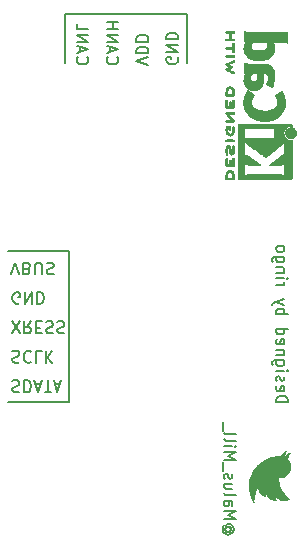
<source format=gbo>
G04 #@! TF.GenerationSoftware,KiCad,Pcbnew,(5.0.2)-1*
G04 #@! TF.CreationDate,2019-10-12T13:33:17+09:00*
G04 #@! TF.ProjectId,High_range_accelerometer,48696768-5f72-4616-9e67-655f61636365,rev?*
G04 #@! TF.SameCoordinates,Original*
G04 #@! TF.FileFunction,Legend,Bot*
G04 #@! TF.FilePolarity,Positive*
%FSLAX46Y46*%
G04 Gerber Fmt 4.6, Leading zero omitted, Abs format (unit mm)*
G04 Created by KiCad (PCBNEW (5.0.2)-1) date 2019/10/12 13:33:17*
%MOMM*%
%LPD*%
G01*
G04 APERTURE LIST*
%ADD10C,0.200000*%
%ADD11C,0.150000*%
%ADD12C,0.010000*%
G04 APERTURE END LIST*
D10*
X96875600Y-89103200D02*
X102006400Y-89103200D01*
X102006400Y-76327000D02*
X102006400Y-89103200D01*
X96875600Y-76327000D02*
X102006400Y-76327000D01*
D11*
X97218666Y-87295238D02*
X97361523Y-87247619D01*
X97599618Y-87247619D01*
X97694856Y-87295238D01*
X97742476Y-87342857D01*
X97790095Y-87438095D01*
X97790095Y-87533333D01*
X97742476Y-87628571D01*
X97694856Y-87676190D01*
X97599618Y-87723809D01*
X97409142Y-87771428D01*
X97313904Y-87819047D01*
X97266285Y-87866666D01*
X97218666Y-87961904D01*
X97218666Y-88057142D01*
X97266285Y-88152380D01*
X97313904Y-88200000D01*
X97409142Y-88247619D01*
X97647237Y-88247619D01*
X97790095Y-88200000D01*
X98218666Y-87247619D02*
X98218666Y-88247619D01*
X98456761Y-88247619D01*
X98599618Y-88200000D01*
X98694856Y-88104761D01*
X98742476Y-88009523D01*
X98790095Y-87819047D01*
X98790095Y-87676190D01*
X98742476Y-87485714D01*
X98694856Y-87390476D01*
X98599618Y-87295238D01*
X98456761Y-87247619D01*
X98218666Y-87247619D01*
X99171047Y-87533333D02*
X99647237Y-87533333D01*
X99075809Y-87247619D02*
X99409142Y-88247619D01*
X99742476Y-87247619D01*
X99932952Y-88247619D02*
X100504380Y-88247619D01*
X100218666Y-87247619D02*
X100218666Y-88247619D01*
X100790095Y-87533333D02*
X101266285Y-87533333D01*
X100694856Y-87247619D02*
X101028190Y-88247619D01*
X101361523Y-87247619D01*
X97218666Y-84801238D02*
X97361523Y-84753619D01*
X97599619Y-84753619D01*
X97694857Y-84801238D01*
X97742476Y-84848857D01*
X97790095Y-84944095D01*
X97790095Y-85039333D01*
X97742476Y-85134571D01*
X97694857Y-85182190D01*
X97599619Y-85229809D01*
X97409143Y-85277428D01*
X97313904Y-85325047D01*
X97266285Y-85372666D01*
X97218666Y-85467904D01*
X97218666Y-85563142D01*
X97266285Y-85658380D01*
X97313904Y-85706000D01*
X97409143Y-85753619D01*
X97647238Y-85753619D01*
X97790095Y-85706000D01*
X98790095Y-84848857D02*
X98742476Y-84801238D01*
X98599619Y-84753619D01*
X98504381Y-84753619D01*
X98361523Y-84801238D01*
X98266285Y-84896476D01*
X98218666Y-84991714D01*
X98171047Y-85182190D01*
X98171047Y-85325047D01*
X98218666Y-85515523D01*
X98266285Y-85610761D01*
X98361523Y-85706000D01*
X98504381Y-85753619D01*
X98599619Y-85753619D01*
X98742476Y-85706000D01*
X98790095Y-85658380D01*
X99694857Y-84753619D02*
X99218666Y-84753619D01*
X99218666Y-85753619D01*
X100028190Y-84753619D02*
X100028190Y-85753619D01*
X100599619Y-84753619D02*
X100171047Y-85325047D01*
X100599619Y-85753619D02*
X100028190Y-85182190D01*
X97171047Y-83259619D02*
X97837714Y-82259619D01*
X97837714Y-83259619D02*
X97171047Y-82259619D01*
X98790095Y-82259619D02*
X98456762Y-82735809D01*
X98218666Y-82259619D02*
X98218666Y-83259619D01*
X98599619Y-83259619D01*
X98694857Y-83212000D01*
X98742476Y-83164380D01*
X98790095Y-83069142D01*
X98790095Y-82926285D01*
X98742476Y-82831047D01*
X98694857Y-82783428D01*
X98599619Y-82735809D01*
X98218666Y-82735809D01*
X99218666Y-82783428D02*
X99552000Y-82783428D01*
X99694857Y-82259619D02*
X99218666Y-82259619D01*
X99218666Y-83259619D01*
X99694857Y-83259619D01*
X100075809Y-82307238D02*
X100218666Y-82259619D01*
X100456762Y-82259619D01*
X100552000Y-82307238D01*
X100599619Y-82354857D01*
X100647238Y-82450095D01*
X100647238Y-82545333D01*
X100599619Y-82640571D01*
X100552000Y-82688190D01*
X100456762Y-82735809D01*
X100266285Y-82783428D01*
X100171047Y-82831047D01*
X100123428Y-82878666D01*
X100075809Y-82973904D01*
X100075809Y-83069142D01*
X100123428Y-83164380D01*
X100171047Y-83212000D01*
X100266285Y-83259619D01*
X100504381Y-83259619D01*
X100647238Y-83212000D01*
X101028190Y-82307238D02*
X101171047Y-82259619D01*
X101409143Y-82259619D01*
X101504381Y-82307238D01*
X101552000Y-82354857D01*
X101599619Y-82450095D01*
X101599619Y-82545333D01*
X101552000Y-82640571D01*
X101504381Y-82688190D01*
X101409143Y-82735809D01*
X101218666Y-82783428D01*
X101123428Y-82831047D01*
X101075809Y-82878666D01*
X101028190Y-82973904D01*
X101028190Y-83069142D01*
X101075809Y-83164380D01*
X101123428Y-83212000D01*
X101218666Y-83259619D01*
X101456762Y-83259619D01*
X101599619Y-83212000D01*
X97790095Y-80718000D02*
X97694857Y-80765619D01*
X97552000Y-80765619D01*
X97409142Y-80718000D01*
X97313904Y-80622761D01*
X97266285Y-80527523D01*
X97218666Y-80337047D01*
X97218666Y-80194190D01*
X97266285Y-80003714D01*
X97313904Y-79908476D01*
X97409142Y-79813238D01*
X97552000Y-79765619D01*
X97647238Y-79765619D01*
X97790095Y-79813238D01*
X97837714Y-79860857D01*
X97837714Y-80194190D01*
X97647238Y-80194190D01*
X98266285Y-79765619D02*
X98266285Y-80765619D01*
X98837714Y-79765619D01*
X98837714Y-80765619D01*
X99313904Y-79765619D02*
X99313904Y-80765619D01*
X99552000Y-80765619D01*
X99694857Y-80718000D01*
X99790095Y-80622761D01*
X99837714Y-80527523D01*
X99885333Y-80337047D01*
X99885333Y-80194190D01*
X99837714Y-80003714D01*
X99790095Y-79908476D01*
X99694857Y-79813238D01*
X99552000Y-79765619D01*
X99313904Y-79765619D01*
X97123428Y-78271619D02*
X97456762Y-77271619D01*
X97790095Y-78271619D01*
X98456762Y-77795428D02*
X98599619Y-77747809D01*
X98647238Y-77700190D01*
X98694857Y-77604952D01*
X98694857Y-77462095D01*
X98647238Y-77366857D01*
X98599619Y-77319238D01*
X98504381Y-77271619D01*
X98123428Y-77271619D01*
X98123428Y-78271619D01*
X98456762Y-78271619D01*
X98552000Y-78224000D01*
X98599619Y-78176380D01*
X98647238Y-78081142D01*
X98647238Y-77985904D01*
X98599619Y-77890666D01*
X98552000Y-77843047D01*
X98456762Y-77795428D01*
X98123428Y-77795428D01*
X99123428Y-78271619D02*
X99123428Y-77462095D01*
X99171047Y-77366857D01*
X99218666Y-77319238D01*
X99313904Y-77271619D01*
X99504381Y-77271619D01*
X99599619Y-77319238D01*
X99647238Y-77366857D01*
X99694857Y-77462095D01*
X99694857Y-78271619D01*
X100123428Y-77319238D02*
X100266285Y-77271619D01*
X100504381Y-77271619D01*
X100599619Y-77319238D01*
X100647238Y-77366857D01*
X100694857Y-77462095D01*
X100694857Y-77557333D01*
X100647238Y-77652571D01*
X100599619Y-77700190D01*
X100504381Y-77747809D01*
X100313904Y-77795428D01*
X100218666Y-77843047D01*
X100171047Y-77890666D01*
X100123428Y-77985904D01*
X100123428Y-78081142D01*
X100171047Y-78176380D01*
X100218666Y-78224000D01*
X100313904Y-78271619D01*
X100552000Y-78271619D01*
X100694857Y-78224000D01*
X115623809Y-99673809D02*
X115671428Y-99721428D01*
X115719047Y-99816666D01*
X115719047Y-99911904D01*
X115671428Y-100007142D01*
X115623809Y-100054761D01*
X115528571Y-100102380D01*
X115433333Y-100102380D01*
X115338095Y-100054761D01*
X115290476Y-100007142D01*
X115242857Y-99911904D01*
X115242857Y-99816666D01*
X115290476Y-99721428D01*
X115338095Y-99673809D01*
X115719047Y-99673809D02*
X115338095Y-99673809D01*
X115290476Y-99626190D01*
X115290476Y-99578571D01*
X115338095Y-99483333D01*
X115433333Y-99435714D01*
X115671428Y-99435714D01*
X115814285Y-99530952D01*
X115909523Y-99673809D01*
X115957142Y-99864285D01*
X115909523Y-100054761D01*
X115814285Y-100197619D01*
X115671428Y-100292857D01*
X115480952Y-100340476D01*
X115290476Y-100292857D01*
X115147619Y-100197619D01*
X115052380Y-100054761D01*
X115004761Y-99864285D01*
X115052380Y-99673809D01*
X115147619Y-99530952D01*
X115147619Y-99007142D02*
X116147619Y-99007142D01*
X115433333Y-98673809D01*
X116147619Y-98340476D01*
X115147619Y-98340476D01*
X115147619Y-97435714D02*
X115671428Y-97435714D01*
X115766666Y-97483333D01*
X115814285Y-97578571D01*
X115814285Y-97769047D01*
X115766666Y-97864285D01*
X115195238Y-97435714D02*
X115147619Y-97530952D01*
X115147619Y-97769047D01*
X115195238Y-97864285D01*
X115290476Y-97911904D01*
X115385714Y-97911904D01*
X115480952Y-97864285D01*
X115528571Y-97769047D01*
X115528571Y-97530952D01*
X115576190Y-97435714D01*
X115147619Y-96816666D02*
X115195238Y-96911904D01*
X115290476Y-96959523D01*
X116147619Y-96959523D01*
X115814285Y-96007142D02*
X115147619Y-96007142D01*
X115814285Y-96435714D02*
X115290476Y-96435714D01*
X115195238Y-96388095D01*
X115147619Y-96292857D01*
X115147619Y-96150000D01*
X115195238Y-96054761D01*
X115242857Y-96007142D01*
X115195238Y-95578571D02*
X115147619Y-95483333D01*
X115147619Y-95292857D01*
X115195238Y-95197619D01*
X115290476Y-95150000D01*
X115338095Y-95150000D01*
X115433333Y-95197619D01*
X115480952Y-95292857D01*
X115480952Y-95435714D01*
X115528571Y-95530952D01*
X115623809Y-95578571D01*
X115671428Y-95578571D01*
X115766666Y-95530952D01*
X115814285Y-95435714D01*
X115814285Y-95292857D01*
X115766666Y-95197619D01*
X115052380Y-94959523D02*
X115052380Y-94197619D01*
X115147619Y-93959523D02*
X116147619Y-93959523D01*
X115433333Y-93626190D01*
X116147619Y-93292857D01*
X115147619Y-93292857D01*
X115147619Y-92816666D02*
X115814285Y-92816666D01*
X116147619Y-92816666D02*
X116100000Y-92864285D01*
X116052380Y-92816666D01*
X116100000Y-92769047D01*
X116147619Y-92816666D01*
X116052380Y-92816666D01*
X115147619Y-92197619D02*
X115195238Y-92292857D01*
X115290476Y-92340476D01*
X116147619Y-92340476D01*
X115147619Y-91673809D02*
X115195238Y-91769047D01*
X115290476Y-91816666D01*
X116147619Y-91816666D01*
X115052380Y-91530952D02*
X115052380Y-90769047D01*
X119547619Y-89114404D02*
X120547619Y-89114404D01*
X120547619Y-88876309D01*
X120500000Y-88733452D01*
X120404761Y-88638214D01*
X120309523Y-88590595D01*
X120119047Y-88542976D01*
X119976190Y-88542976D01*
X119785714Y-88590595D01*
X119690476Y-88638214D01*
X119595238Y-88733452D01*
X119547619Y-88876309D01*
X119547619Y-89114404D01*
X119595238Y-87733452D02*
X119547619Y-87828690D01*
X119547619Y-88019166D01*
X119595238Y-88114404D01*
X119690476Y-88162023D01*
X120071428Y-88162023D01*
X120166666Y-88114404D01*
X120214285Y-88019166D01*
X120214285Y-87828690D01*
X120166666Y-87733452D01*
X120071428Y-87685833D01*
X119976190Y-87685833D01*
X119880952Y-88162023D01*
X119595238Y-87304880D02*
X119547619Y-87209642D01*
X119547619Y-87019166D01*
X119595238Y-86923928D01*
X119690476Y-86876309D01*
X119738095Y-86876309D01*
X119833333Y-86923928D01*
X119880952Y-87019166D01*
X119880952Y-87162023D01*
X119928571Y-87257261D01*
X120023809Y-87304880D01*
X120071428Y-87304880D01*
X120166666Y-87257261D01*
X120214285Y-87162023D01*
X120214285Y-87019166D01*
X120166666Y-86923928D01*
X119547619Y-86447738D02*
X120214285Y-86447738D01*
X120547619Y-86447738D02*
X120500000Y-86495357D01*
X120452380Y-86447738D01*
X120500000Y-86400119D01*
X120547619Y-86447738D01*
X120452380Y-86447738D01*
X120214285Y-85542976D02*
X119404761Y-85542976D01*
X119309523Y-85590595D01*
X119261904Y-85638214D01*
X119214285Y-85733452D01*
X119214285Y-85876309D01*
X119261904Y-85971547D01*
X119595238Y-85542976D02*
X119547619Y-85638214D01*
X119547619Y-85828690D01*
X119595238Y-85923928D01*
X119642857Y-85971547D01*
X119738095Y-86019166D01*
X120023809Y-86019166D01*
X120119047Y-85971547D01*
X120166666Y-85923928D01*
X120214285Y-85828690D01*
X120214285Y-85638214D01*
X120166666Y-85542976D01*
X120214285Y-85066785D02*
X119547619Y-85066785D01*
X120119047Y-85066785D02*
X120166666Y-85019166D01*
X120214285Y-84923928D01*
X120214285Y-84781071D01*
X120166666Y-84685833D01*
X120071428Y-84638214D01*
X119547619Y-84638214D01*
X119595238Y-83781071D02*
X119547619Y-83876309D01*
X119547619Y-84066785D01*
X119595238Y-84162023D01*
X119690476Y-84209642D01*
X120071428Y-84209642D01*
X120166666Y-84162023D01*
X120214285Y-84066785D01*
X120214285Y-83876309D01*
X120166666Y-83781071D01*
X120071428Y-83733452D01*
X119976190Y-83733452D01*
X119880952Y-84209642D01*
X119547619Y-82876309D02*
X120547619Y-82876309D01*
X119595238Y-82876309D02*
X119547619Y-82971547D01*
X119547619Y-83162023D01*
X119595238Y-83257261D01*
X119642857Y-83304880D01*
X119738095Y-83352500D01*
X120023809Y-83352500D01*
X120119047Y-83304880D01*
X120166666Y-83257261D01*
X120214285Y-83162023D01*
X120214285Y-82971547D01*
X120166666Y-82876309D01*
X119547619Y-81638214D02*
X120547619Y-81638214D01*
X120166666Y-81638214D02*
X120214285Y-81542976D01*
X120214285Y-81352500D01*
X120166666Y-81257261D01*
X120119047Y-81209642D01*
X120023809Y-81162023D01*
X119738095Y-81162023D01*
X119642857Y-81209642D01*
X119595238Y-81257261D01*
X119547619Y-81352500D01*
X119547619Y-81542976D01*
X119595238Y-81638214D01*
X120214285Y-80828690D02*
X119547619Y-80590595D01*
X120214285Y-80352500D02*
X119547619Y-80590595D01*
X119309523Y-80685833D01*
X119261904Y-80733452D01*
X119214285Y-80828690D01*
X119547619Y-79209642D02*
X120214285Y-79209642D01*
X120023809Y-79209642D02*
X120119047Y-79162023D01*
X120166666Y-79114404D01*
X120214285Y-79019166D01*
X120214285Y-78923928D01*
X119547619Y-78590595D02*
X120214285Y-78590595D01*
X120547619Y-78590595D02*
X120500000Y-78638214D01*
X120452380Y-78590595D01*
X120500000Y-78542976D01*
X120547619Y-78590595D01*
X120452380Y-78590595D01*
X120214285Y-78114404D02*
X119547619Y-78114404D01*
X120119047Y-78114404D02*
X120166666Y-78066785D01*
X120214285Y-77971547D01*
X120214285Y-77828690D01*
X120166666Y-77733452D01*
X120071428Y-77685833D01*
X119547619Y-77685833D01*
X120214285Y-76781071D02*
X119404761Y-76781071D01*
X119309523Y-76828690D01*
X119261904Y-76876309D01*
X119214285Y-76971547D01*
X119214285Y-77114404D01*
X119261904Y-77209642D01*
X119595238Y-76781071D02*
X119547619Y-76876309D01*
X119547619Y-77066785D01*
X119595238Y-77162023D01*
X119642857Y-77209642D01*
X119738095Y-77257261D01*
X120023809Y-77257261D01*
X120119047Y-77209642D01*
X120166666Y-77162023D01*
X120214285Y-77066785D01*
X120214285Y-76876309D01*
X120166666Y-76781071D01*
X119547619Y-76162023D02*
X119595238Y-76257261D01*
X119642857Y-76304880D01*
X119738095Y-76352500D01*
X120023809Y-76352500D01*
X120119047Y-76304880D01*
X120166666Y-76257261D01*
X120214285Y-76162023D01*
X120214285Y-76019166D01*
X120166666Y-75923928D01*
X120119047Y-75876309D01*
X120023809Y-75828690D01*
X119738095Y-75828690D01*
X119642857Y-75876309D01*
X119595238Y-75923928D01*
X119547619Y-76019166D01*
X119547619Y-76162023D01*
D10*
X101700000Y-56200000D02*
X101700000Y-60400000D01*
X112000000Y-56200000D02*
X112000000Y-60400000D01*
X101700000Y-56200000D02*
X112000000Y-56200000D01*
D11*
X102742857Y-59847619D02*
X102695238Y-59895238D01*
X102647619Y-60038095D01*
X102647619Y-60133333D01*
X102695238Y-60276190D01*
X102790476Y-60371428D01*
X102885714Y-60419047D01*
X103076190Y-60466666D01*
X103219047Y-60466666D01*
X103409523Y-60419047D01*
X103504761Y-60371428D01*
X103600000Y-60276190D01*
X103647619Y-60133333D01*
X103647619Y-60038095D01*
X103600000Y-59895238D01*
X103552380Y-59847619D01*
X102933333Y-59466666D02*
X102933333Y-58990476D01*
X102647619Y-59561904D02*
X103647619Y-59228571D01*
X102647619Y-58895238D01*
X102647619Y-58561904D02*
X103647619Y-58561904D01*
X102647619Y-57990476D01*
X103647619Y-57990476D01*
X102647619Y-57038095D02*
X102647619Y-57514285D01*
X103647619Y-57514285D01*
X105276190Y-59847618D02*
X105228571Y-59895237D01*
X105180952Y-60038094D01*
X105180952Y-60133332D01*
X105228571Y-60276190D01*
X105323809Y-60371428D01*
X105419047Y-60419047D01*
X105609523Y-60466666D01*
X105752380Y-60466666D01*
X105942856Y-60419047D01*
X106038094Y-60371428D01*
X106133333Y-60276190D01*
X106180952Y-60133332D01*
X106180952Y-60038094D01*
X106133333Y-59895237D01*
X106085713Y-59847618D01*
X105466666Y-59466666D02*
X105466666Y-58990475D01*
X105180952Y-59561904D02*
X106180952Y-59228571D01*
X105180952Y-58895237D01*
X105180952Y-58561904D02*
X106180952Y-58561904D01*
X105180952Y-57990475D01*
X106180952Y-57990475D01*
X105180952Y-57514285D02*
X106180952Y-57514285D01*
X105704761Y-57514285D02*
X105704761Y-56942856D01*
X105180952Y-56942856D02*
X106180952Y-56942856D01*
X111200000Y-59895237D02*
X111247619Y-59990475D01*
X111247619Y-60133333D01*
X111200000Y-60276190D01*
X111104761Y-60371428D01*
X111009523Y-60419047D01*
X110819047Y-60466666D01*
X110676190Y-60466666D01*
X110485714Y-60419047D01*
X110390476Y-60371428D01*
X110295238Y-60276190D01*
X110247619Y-60133333D01*
X110247619Y-60038094D01*
X110295238Y-59895237D01*
X110342857Y-59847618D01*
X110676190Y-59847618D01*
X110676190Y-60038094D01*
X110247619Y-59419047D02*
X111247619Y-59419047D01*
X110247619Y-58847618D01*
X111247619Y-58847618D01*
X110247619Y-58371428D02*
X111247619Y-58371428D01*
X111247619Y-58133333D01*
X111200000Y-57990475D01*
X111104761Y-57895237D01*
X111009523Y-57847618D01*
X110819047Y-57799999D01*
X110676190Y-57799999D01*
X110485714Y-57847618D01*
X110390476Y-57895237D01*
X110295238Y-57990475D01*
X110247619Y-58133333D01*
X110247619Y-58371428D01*
X108714285Y-60561904D02*
X107714285Y-60228571D01*
X108714285Y-59895237D01*
X107714285Y-59561904D02*
X108714285Y-59561904D01*
X108714285Y-59323809D01*
X108666666Y-59180951D01*
X108571427Y-59085713D01*
X108476189Y-59038094D01*
X108285713Y-58990475D01*
X108142856Y-58990475D01*
X107952380Y-59038094D01*
X107857142Y-59085713D01*
X107761904Y-59180951D01*
X107714285Y-59323809D01*
X107714285Y-59561904D01*
X107714285Y-58561904D02*
X108714285Y-58561904D01*
X108714285Y-58323809D01*
X108666666Y-58180951D01*
X108571427Y-58085713D01*
X108476189Y-58038094D01*
X108285713Y-57990475D01*
X108142856Y-57990475D01*
X107952380Y-58038094D01*
X107857142Y-58085713D01*
X107761904Y-58180951D01*
X107714285Y-58323809D01*
X107714285Y-58561904D01*
D12*
G04 #@! TO.C,REF\002A\002A*
G36*
X121223429Y-66223043D02*
X121199191Y-66126768D01*
X121156359Y-66040184D01*
X121096581Y-65965373D01*
X121021506Y-65904418D01*
X120932780Y-65859399D01*
X120836470Y-65833136D01*
X120739205Y-65827286D01*
X120645346Y-65842140D01*
X120557489Y-65875840D01*
X120478230Y-65926528D01*
X120410164Y-65992345D01*
X120355888Y-66071434D01*
X120317998Y-66161934D01*
X120305574Y-66213200D01*
X120298053Y-66257698D01*
X120295081Y-66291999D01*
X120296906Y-66324960D01*
X120303775Y-66365434D01*
X120310750Y-66398531D01*
X120342259Y-66491947D01*
X120393383Y-66575619D01*
X120462571Y-66647665D01*
X120548272Y-66706200D01*
X120575511Y-66720148D01*
X120611878Y-66736586D01*
X120642418Y-66746894D01*
X120674550Y-66752460D01*
X120715693Y-66754669D01*
X120761778Y-66754948D01*
X120846135Y-66750861D01*
X120915414Y-66737446D01*
X120976039Y-66712256D01*
X121034433Y-66672846D01*
X121078698Y-66634298D01*
X121144516Y-66562406D01*
X121189947Y-66487313D01*
X121217150Y-66404562D01*
X121227424Y-66326928D01*
X121223429Y-66223043D01*
X121223429Y-66223043D01*
G37*
X121223429Y-66223043D02*
X121199191Y-66126768D01*
X121156359Y-66040184D01*
X121096581Y-65965373D01*
X121021506Y-65904418D01*
X120932780Y-65859399D01*
X120836470Y-65833136D01*
X120739205Y-65827286D01*
X120645346Y-65842140D01*
X120557489Y-65875840D01*
X120478230Y-65926528D01*
X120410164Y-65992345D01*
X120355888Y-66071434D01*
X120317998Y-66161934D01*
X120305574Y-66213200D01*
X120298053Y-66257698D01*
X120295081Y-66291999D01*
X120296906Y-66324960D01*
X120303775Y-66365434D01*
X120310750Y-66398531D01*
X120342259Y-66491947D01*
X120393383Y-66575619D01*
X120462571Y-66647665D01*
X120548272Y-66706200D01*
X120575511Y-66720148D01*
X120611878Y-66736586D01*
X120642418Y-66746894D01*
X120674550Y-66752460D01*
X120715693Y-66754669D01*
X120761778Y-66754948D01*
X120846135Y-66750861D01*
X120915414Y-66737446D01*
X120976039Y-66712256D01*
X121034433Y-66672846D01*
X121078698Y-66634298D01*
X121144516Y-66562406D01*
X121189947Y-66487313D01*
X121217150Y-66404562D01*
X121227424Y-66326928D01*
X121223429Y-66223043D01*
G36*
X118777755Y-57763493D02*
X118543338Y-57763474D01*
X118330397Y-57763448D01*
X118137832Y-57763375D01*
X117964541Y-57763218D01*
X117809424Y-57762936D01*
X117671380Y-57762491D01*
X117549308Y-57761844D01*
X117442106Y-57760955D01*
X117348674Y-57759787D01*
X117267910Y-57758299D01*
X117198714Y-57756454D01*
X117139985Y-57754211D01*
X117090621Y-57751531D01*
X117049522Y-57748377D01*
X117015587Y-57744708D01*
X116987714Y-57740487D01*
X116964802Y-57735673D01*
X116945751Y-57730227D01*
X116929460Y-57724112D01*
X116914827Y-57717288D01*
X116900751Y-57709715D01*
X116886132Y-57701355D01*
X116877026Y-57696161D01*
X116816311Y-57661896D01*
X116816311Y-58520045D01*
X116912267Y-58520045D01*
X116955630Y-58520776D01*
X116988795Y-58522728D01*
X117006576Y-58525537D01*
X117008222Y-58526779D01*
X117001338Y-58538201D01*
X116983495Y-58560916D01*
X116964121Y-58583615D01*
X116923386Y-58638200D01*
X116882383Y-58707679D01*
X116844877Y-58784730D01*
X116814636Y-58862035D01*
X116804988Y-58892887D01*
X116790422Y-58961384D01*
X116780461Y-59044236D01*
X116775417Y-59133629D01*
X116775604Y-59221752D01*
X116781334Y-59300793D01*
X116787142Y-59338489D01*
X116825203Y-59476586D01*
X116882927Y-59603887D01*
X116959789Y-59719708D01*
X117055261Y-59823363D01*
X117168821Y-59914167D01*
X117279619Y-59980969D01*
X117396375Y-60035836D01*
X117515724Y-60077837D01*
X117641717Y-60107833D01*
X117778406Y-60126689D01*
X117929842Y-60135268D01*
X118007289Y-60135994D01*
X118064066Y-60133900D01*
X118064066Y-59304783D01*
X117970998Y-59304576D01*
X117883308Y-59301663D01*
X117806228Y-59296000D01*
X117744991Y-59287545D01*
X117732650Y-59284962D01*
X117625367Y-59253160D01*
X117538342Y-59211502D01*
X117471358Y-59159637D01*
X117424195Y-59097219D01*
X117396635Y-59023900D01*
X117388459Y-58939331D01*
X117399449Y-58843165D01*
X117415171Y-58779689D01*
X117433361Y-58730546D01*
X117459209Y-58676417D01*
X117482911Y-58635756D01*
X117529279Y-58565200D01*
X118679470Y-58565200D01*
X118723038Y-58632608D01*
X118763960Y-58711133D01*
X118790611Y-58795319D01*
X118802535Y-58880443D01*
X118799278Y-58961784D01*
X118780385Y-59034620D01*
X118764816Y-59066574D01*
X118721819Y-59124499D01*
X118665047Y-59173456D01*
X118592425Y-59214610D01*
X118501879Y-59249126D01*
X118391334Y-59278167D01*
X118385467Y-59279448D01*
X118323212Y-59289619D01*
X118245406Y-59297261D01*
X118157280Y-59302330D01*
X118064066Y-59304783D01*
X118064066Y-60133900D01*
X118220105Y-60128143D01*
X118415941Y-60106198D01*
X118594668Y-60070214D01*
X118756155Y-60020241D01*
X118900274Y-59956332D01*
X119026894Y-59878538D01*
X119135885Y-59786911D01*
X119227117Y-59681503D01*
X119258068Y-59636338D01*
X119314215Y-59535389D01*
X119353826Y-59432099D01*
X119377986Y-59322011D01*
X119387781Y-59200670D01*
X119386735Y-59108164D01*
X119375769Y-58978510D01*
X119353954Y-58865916D01*
X119320286Y-58767125D01*
X119273764Y-58678879D01*
X119239552Y-58630014D01*
X119217638Y-58600647D01*
X119202667Y-58578957D01*
X119198267Y-58570747D01*
X119209096Y-58569132D01*
X119239749Y-58567841D01*
X119287474Y-58566862D01*
X119349521Y-58566183D01*
X119423138Y-58565790D01*
X119505573Y-58565670D01*
X119594075Y-58565812D01*
X119685893Y-58566203D01*
X119778276Y-58566829D01*
X119868472Y-58567680D01*
X119953729Y-58568740D01*
X120031297Y-58569999D01*
X120098424Y-58571444D01*
X120152359Y-58573062D01*
X120190350Y-58574839D01*
X120197333Y-58575331D01*
X120267749Y-58582908D01*
X120322898Y-58594469D01*
X120370019Y-58612208D01*
X120416353Y-58638318D01*
X120425933Y-58644585D01*
X120462622Y-58669017D01*
X120462622Y-57763689D01*
X118777755Y-57763493D01*
X118777755Y-57763493D01*
G37*
X118777755Y-57763493D02*
X118543338Y-57763474D01*
X118330397Y-57763448D01*
X118137832Y-57763375D01*
X117964541Y-57763218D01*
X117809424Y-57762936D01*
X117671380Y-57762491D01*
X117549308Y-57761844D01*
X117442106Y-57760955D01*
X117348674Y-57759787D01*
X117267910Y-57758299D01*
X117198714Y-57756454D01*
X117139985Y-57754211D01*
X117090621Y-57751531D01*
X117049522Y-57748377D01*
X117015587Y-57744708D01*
X116987714Y-57740487D01*
X116964802Y-57735673D01*
X116945751Y-57730227D01*
X116929460Y-57724112D01*
X116914827Y-57717288D01*
X116900751Y-57709715D01*
X116886132Y-57701355D01*
X116877026Y-57696161D01*
X116816311Y-57661896D01*
X116816311Y-58520045D01*
X116912267Y-58520045D01*
X116955630Y-58520776D01*
X116988795Y-58522728D01*
X117006576Y-58525537D01*
X117008222Y-58526779D01*
X117001338Y-58538201D01*
X116983495Y-58560916D01*
X116964121Y-58583615D01*
X116923386Y-58638200D01*
X116882383Y-58707679D01*
X116844877Y-58784730D01*
X116814636Y-58862035D01*
X116804988Y-58892887D01*
X116790422Y-58961384D01*
X116780461Y-59044236D01*
X116775417Y-59133629D01*
X116775604Y-59221752D01*
X116781334Y-59300793D01*
X116787142Y-59338489D01*
X116825203Y-59476586D01*
X116882927Y-59603887D01*
X116959789Y-59719708D01*
X117055261Y-59823363D01*
X117168821Y-59914167D01*
X117279619Y-59980969D01*
X117396375Y-60035836D01*
X117515724Y-60077837D01*
X117641717Y-60107833D01*
X117778406Y-60126689D01*
X117929842Y-60135268D01*
X118007289Y-60135994D01*
X118064066Y-60133900D01*
X118064066Y-59304783D01*
X117970998Y-59304576D01*
X117883308Y-59301663D01*
X117806228Y-59296000D01*
X117744991Y-59287545D01*
X117732650Y-59284962D01*
X117625367Y-59253160D01*
X117538342Y-59211502D01*
X117471358Y-59159637D01*
X117424195Y-59097219D01*
X117396635Y-59023900D01*
X117388459Y-58939331D01*
X117399449Y-58843165D01*
X117415171Y-58779689D01*
X117433361Y-58730546D01*
X117459209Y-58676417D01*
X117482911Y-58635756D01*
X117529279Y-58565200D01*
X118679470Y-58565200D01*
X118723038Y-58632608D01*
X118763960Y-58711133D01*
X118790611Y-58795319D01*
X118802535Y-58880443D01*
X118799278Y-58961784D01*
X118780385Y-59034620D01*
X118764816Y-59066574D01*
X118721819Y-59124499D01*
X118665047Y-59173456D01*
X118592425Y-59214610D01*
X118501879Y-59249126D01*
X118391334Y-59278167D01*
X118385467Y-59279448D01*
X118323212Y-59289619D01*
X118245406Y-59297261D01*
X118157280Y-59302330D01*
X118064066Y-59304783D01*
X118064066Y-60133900D01*
X118220105Y-60128143D01*
X118415941Y-60106198D01*
X118594668Y-60070214D01*
X118756155Y-60020241D01*
X118900274Y-59956332D01*
X119026894Y-59878538D01*
X119135885Y-59786911D01*
X119227117Y-59681503D01*
X119258068Y-59636338D01*
X119314215Y-59535389D01*
X119353826Y-59432099D01*
X119377986Y-59322011D01*
X119387781Y-59200670D01*
X119386735Y-59108164D01*
X119375769Y-58978510D01*
X119353954Y-58865916D01*
X119320286Y-58767125D01*
X119273764Y-58678879D01*
X119239552Y-58630014D01*
X119217638Y-58600647D01*
X119202667Y-58578957D01*
X119198267Y-58570747D01*
X119209096Y-58569132D01*
X119239749Y-58567841D01*
X119287474Y-58566862D01*
X119349521Y-58566183D01*
X119423138Y-58565790D01*
X119505573Y-58565670D01*
X119594075Y-58565812D01*
X119685893Y-58566203D01*
X119778276Y-58566829D01*
X119868472Y-58567680D01*
X119953729Y-58568740D01*
X120031297Y-58569999D01*
X120098424Y-58571444D01*
X120152359Y-58573062D01*
X120190350Y-58574839D01*
X120197333Y-58575331D01*
X120267749Y-58582908D01*
X120322898Y-58594469D01*
X120370019Y-58612208D01*
X120416353Y-58638318D01*
X120425933Y-58644585D01*
X120462622Y-58669017D01*
X120462622Y-57763689D01*
X118777755Y-57763493D01*
G36*
X119383448Y-61276426D02*
X119363433Y-61124508D01*
X119329798Y-60989244D01*
X119282275Y-60869761D01*
X119220595Y-60765185D01*
X119157035Y-60687576D01*
X119082901Y-60618735D01*
X119003129Y-60564994D01*
X118910909Y-60522090D01*
X118867839Y-60506616D01*
X118828858Y-60493756D01*
X118792711Y-60482554D01*
X118757566Y-60472880D01*
X118721590Y-60464604D01*
X118682950Y-60457597D01*
X118639815Y-60451728D01*
X118590351Y-60446869D01*
X118532727Y-60442890D01*
X118465109Y-60439660D01*
X118385666Y-60437051D01*
X118292564Y-60434933D01*
X118183973Y-60433176D01*
X118058058Y-60431651D01*
X117912988Y-60430228D01*
X117770222Y-60428975D01*
X117614032Y-60427649D01*
X117478761Y-60426444D01*
X117362754Y-60425234D01*
X117264355Y-60423894D01*
X117181907Y-60422300D01*
X117113754Y-60420325D01*
X117058240Y-60417844D01*
X117013708Y-60414731D01*
X116978502Y-60410862D01*
X116950966Y-60406111D01*
X116929444Y-60400352D01*
X116912278Y-60393461D01*
X116897814Y-60385311D01*
X116884394Y-60375777D01*
X116870362Y-60364734D01*
X116864929Y-60360434D01*
X116842090Y-60344614D01*
X116826537Y-60337578D01*
X116826078Y-60337556D01*
X116823879Y-60348433D01*
X116821853Y-60379418D01*
X116820058Y-60428043D01*
X116818549Y-60491837D01*
X116817384Y-60568331D01*
X116816620Y-60655056D01*
X116816314Y-60749543D01*
X116816311Y-60760450D01*
X116816311Y-61183343D01*
X116912378Y-61186605D01*
X117008444Y-61189867D01*
X116957457Y-61251956D01*
X116889943Y-61349286D01*
X116835251Y-61459187D01*
X116805022Y-61545651D01*
X116790334Y-61614722D01*
X116780341Y-61698075D01*
X116775354Y-61787841D01*
X116775687Y-61876155D01*
X116781649Y-61955149D01*
X116787362Y-61991378D01*
X116825224Y-62131397D01*
X116880068Y-62257822D01*
X116951076Y-62369740D01*
X117037432Y-62466238D01*
X117138321Y-62546400D01*
X117252924Y-62609313D01*
X117379016Y-62653688D01*
X117435599Y-62666022D01*
X117497798Y-62673632D01*
X117572637Y-62677261D01*
X117606533Y-62677755D01*
X117609718Y-62677690D01*
X117609718Y-61917752D01*
X117534667Y-61908459D01*
X117470840Y-61880272D01*
X117415202Y-61831803D01*
X117410789Y-61826746D01*
X117375963Y-61778452D01*
X117353380Y-61726743D01*
X117341460Y-61666011D01*
X117338617Y-61590648D01*
X117339022Y-61572541D01*
X117341675Y-61518722D01*
X117347091Y-61478692D01*
X117357255Y-61443676D01*
X117374150Y-61404897D01*
X117379328Y-61394255D01*
X117415156Y-61333604D01*
X117457788Y-61286785D01*
X117473027Y-61274048D01*
X117529538Y-61229378D01*
X117725414Y-61229378D01*
X117804061Y-61229914D01*
X117862012Y-61231604D01*
X117901125Y-61234572D01*
X117923259Y-61238943D01*
X117929726Y-61243028D01*
X117932889Y-61258953D01*
X117935512Y-61292736D01*
X117937345Y-61339660D01*
X117938143Y-61395007D01*
X117938158Y-61403894D01*
X117932904Y-61524670D01*
X117916737Y-61627340D01*
X117889039Y-61713894D01*
X117849192Y-61786319D01*
X117802242Y-61841249D01*
X117744355Y-61885796D01*
X117681307Y-61910520D01*
X117609718Y-61917752D01*
X117609718Y-62677690D01*
X117700288Y-62675822D01*
X117779188Y-62667478D01*
X117850410Y-62651232D01*
X117921136Y-62625595D01*
X117973507Y-62601599D01*
X118068804Y-62542980D01*
X118156830Y-62464883D01*
X118235983Y-62369685D01*
X118304660Y-62259762D01*
X118361259Y-62137490D01*
X118404179Y-62005245D01*
X118419118Y-61940578D01*
X118441223Y-61804396D01*
X118455806Y-61655951D01*
X118462187Y-61504495D01*
X118460555Y-61377936D01*
X118453776Y-61216050D01*
X118512755Y-61223470D01*
X118611908Y-61242762D01*
X118692628Y-61273896D01*
X118755534Y-61317731D01*
X118801244Y-61375129D01*
X118830378Y-61446952D01*
X118843553Y-61534059D01*
X118841389Y-61637314D01*
X118837388Y-61675289D01*
X118812220Y-61816480D01*
X118771186Y-61953293D01*
X118733185Y-62047822D01*
X118713810Y-62092982D01*
X118698240Y-62131415D01*
X118688595Y-62157766D01*
X118686548Y-62165454D01*
X118695626Y-62175198D01*
X118724595Y-62191917D01*
X118773783Y-62215768D01*
X118843516Y-62246907D01*
X118934121Y-62285493D01*
X118949911Y-62292090D01*
X119022228Y-62322147D01*
X119087575Y-62349126D01*
X119143094Y-62371864D01*
X119185928Y-62389194D01*
X119213219Y-62399952D01*
X119222058Y-62403059D01*
X119226813Y-62393060D01*
X119232090Y-62366783D01*
X119235769Y-62338511D01*
X119240526Y-62308354D01*
X119249972Y-62260567D01*
X119263180Y-62199388D01*
X119279224Y-62129054D01*
X119297180Y-62053806D01*
X119304203Y-62025245D01*
X119329791Y-61920184D01*
X119349853Y-61832520D01*
X119365031Y-61757932D01*
X119375965Y-61692097D01*
X119383296Y-61630693D01*
X119387665Y-61569398D01*
X119389713Y-61503890D01*
X119390111Y-61445872D01*
X119383448Y-61276426D01*
X119383448Y-61276426D01*
G37*
X119383448Y-61276426D02*
X119363433Y-61124508D01*
X119329798Y-60989244D01*
X119282275Y-60869761D01*
X119220595Y-60765185D01*
X119157035Y-60687576D01*
X119082901Y-60618735D01*
X119003129Y-60564994D01*
X118910909Y-60522090D01*
X118867839Y-60506616D01*
X118828858Y-60493756D01*
X118792711Y-60482554D01*
X118757566Y-60472880D01*
X118721590Y-60464604D01*
X118682950Y-60457597D01*
X118639815Y-60451728D01*
X118590351Y-60446869D01*
X118532727Y-60442890D01*
X118465109Y-60439660D01*
X118385666Y-60437051D01*
X118292564Y-60434933D01*
X118183973Y-60433176D01*
X118058058Y-60431651D01*
X117912988Y-60430228D01*
X117770222Y-60428975D01*
X117614032Y-60427649D01*
X117478761Y-60426444D01*
X117362754Y-60425234D01*
X117264355Y-60423894D01*
X117181907Y-60422300D01*
X117113754Y-60420325D01*
X117058240Y-60417844D01*
X117013708Y-60414731D01*
X116978502Y-60410862D01*
X116950966Y-60406111D01*
X116929444Y-60400352D01*
X116912278Y-60393461D01*
X116897814Y-60385311D01*
X116884394Y-60375777D01*
X116870362Y-60364734D01*
X116864929Y-60360434D01*
X116842090Y-60344614D01*
X116826537Y-60337578D01*
X116826078Y-60337556D01*
X116823879Y-60348433D01*
X116821853Y-60379418D01*
X116820058Y-60428043D01*
X116818549Y-60491837D01*
X116817384Y-60568331D01*
X116816620Y-60655056D01*
X116816314Y-60749543D01*
X116816311Y-60760450D01*
X116816311Y-61183343D01*
X116912378Y-61186605D01*
X117008444Y-61189867D01*
X116957457Y-61251956D01*
X116889943Y-61349286D01*
X116835251Y-61459187D01*
X116805022Y-61545651D01*
X116790334Y-61614722D01*
X116780341Y-61698075D01*
X116775354Y-61787841D01*
X116775687Y-61876155D01*
X116781649Y-61955149D01*
X116787362Y-61991378D01*
X116825224Y-62131397D01*
X116880068Y-62257822D01*
X116951076Y-62369740D01*
X117037432Y-62466238D01*
X117138321Y-62546400D01*
X117252924Y-62609313D01*
X117379016Y-62653688D01*
X117435599Y-62666022D01*
X117497798Y-62673632D01*
X117572637Y-62677261D01*
X117606533Y-62677755D01*
X117609718Y-62677690D01*
X117609718Y-61917752D01*
X117534667Y-61908459D01*
X117470840Y-61880272D01*
X117415202Y-61831803D01*
X117410789Y-61826746D01*
X117375963Y-61778452D01*
X117353380Y-61726743D01*
X117341460Y-61666011D01*
X117338617Y-61590648D01*
X117339022Y-61572541D01*
X117341675Y-61518722D01*
X117347091Y-61478692D01*
X117357255Y-61443676D01*
X117374150Y-61404897D01*
X117379328Y-61394255D01*
X117415156Y-61333604D01*
X117457788Y-61286785D01*
X117473027Y-61274048D01*
X117529538Y-61229378D01*
X117725414Y-61229378D01*
X117804061Y-61229914D01*
X117862012Y-61231604D01*
X117901125Y-61234572D01*
X117923259Y-61238943D01*
X117929726Y-61243028D01*
X117932889Y-61258953D01*
X117935512Y-61292736D01*
X117937345Y-61339660D01*
X117938143Y-61395007D01*
X117938158Y-61403894D01*
X117932904Y-61524670D01*
X117916737Y-61627340D01*
X117889039Y-61713894D01*
X117849192Y-61786319D01*
X117802242Y-61841249D01*
X117744355Y-61885796D01*
X117681307Y-61910520D01*
X117609718Y-61917752D01*
X117609718Y-62677690D01*
X117700288Y-62675822D01*
X117779188Y-62667478D01*
X117850410Y-62651232D01*
X117921136Y-62625595D01*
X117973507Y-62601599D01*
X118068804Y-62542980D01*
X118156830Y-62464883D01*
X118235983Y-62369685D01*
X118304660Y-62259762D01*
X118361259Y-62137490D01*
X118404179Y-62005245D01*
X118419118Y-61940578D01*
X118441223Y-61804396D01*
X118455806Y-61655951D01*
X118462187Y-61504495D01*
X118460555Y-61377936D01*
X118453776Y-61216050D01*
X118512755Y-61223470D01*
X118611908Y-61242762D01*
X118692628Y-61273896D01*
X118755534Y-61317731D01*
X118801244Y-61375129D01*
X118830378Y-61446952D01*
X118843553Y-61534059D01*
X118841389Y-61637314D01*
X118837388Y-61675289D01*
X118812220Y-61816480D01*
X118771186Y-61953293D01*
X118733185Y-62047822D01*
X118713810Y-62092982D01*
X118698240Y-62131415D01*
X118688595Y-62157766D01*
X118686548Y-62165454D01*
X118695626Y-62175198D01*
X118724595Y-62191917D01*
X118773783Y-62215768D01*
X118843516Y-62246907D01*
X118934121Y-62285493D01*
X118949911Y-62292090D01*
X119022228Y-62322147D01*
X119087575Y-62349126D01*
X119143094Y-62371864D01*
X119185928Y-62389194D01*
X119213219Y-62399952D01*
X119222058Y-62403059D01*
X119226813Y-62393060D01*
X119232090Y-62366783D01*
X119235769Y-62338511D01*
X119240526Y-62308354D01*
X119249972Y-62260567D01*
X119263180Y-62199388D01*
X119279224Y-62129054D01*
X119297180Y-62053806D01*
X119304203Y-62025245D01*
X119329791Y-61920184D01*
X119349853Y-61832520D01*
X119365031Y-61757932D01*
X119375965Y-61692097D01*
X119383296Y-61630693D01*
X119387665Y-61569398D01*
X119389713Y-61503890D01*
X119390111Y-61445872D01*
X119383448Y-61276426D01*
G36*
X120300929Y-63621571D02*
X120279755Y-63461430D01*
X120239615Y-63297490D01*
X120180111Y-63127687D01*
X120100846Y-62949957D01*
X120095301Y-62938690D01*
X120067275Y-62880995D01*
X120043198Y-62829448D01*
X120024751Y-62787809D01*
X120013614Y-62759838D01*
X120011067Y-62750267D01*
X120006059Y-62731050D01*
X120001853Y-62726439D01*
X119991420Y-62731542D01*
X119965132Y-62747582D01*
X119925743Y-62772712D01*
X119876009Y-62805086D01*
X119818685Y-62842857D01*
X119756524Y-62884178D01*
X119692282Y-62927202D01*
X119628715Y-62970083D01*
X119568575Y-63010974D01*
X119514620Y-63048029D01*
X119469603Y-63079400D01*
X119436279Y-63103241D01*
X119417403Y-63117706D01*
X119415213Y-63119691D01*
X119419862Y-63129809D01*
X119437038Y-63152150D01*
X119463560Y-63182720D01*
X119478036Y-63198464D01*
X119553318Y-63294953D01*
X119608759Y-63401664D01*
X119643859Y-63517168D01*
X119658120Y-63640038D01*
X119656949Y-63709439D01*
X119639788Y-63830577D01*
X119603906Y-63939795D01*
X119549041Y-64037418D01*
X119474930Y-64123772D01*
X119381312Y-64199185D01*
X119267924Y-64263982D01*
X119181333Y-64301399D01*
X119045634Y-64345252D01*
X118898150Y-64377572D01*
X118742686Y-64398443D01*
X118583044Y-64407949D01*
X118423027Y-64406173D01*
X118266439Y-64393197D01*
X118117082Y-64369106D01*
X117978760Y-64333982D01*
X117855276Y-64287908D01*
X117821022Y-64271627D01*
X117706936Y-64203380D01*
X117610443Y-64122921D01*
X117532330Y-64031430D01*
X117473383Y-63930089D01*
X117434388Y-63820080D01*
X117416132Y-63702585D01*
X117414789Y-63661117D01*
X117425710Y-63539559D01*
X117458526Y-63419122D01*
X117512561Y-63301334D01*
X117587135Y-63187723D01*
X117665461Y-63096315D01*
X117709992Y-63049785D01*
X117412729Y-62868517D01*
X117338567Y-62823420D01*
X117270354Y-62782181D01*
X117210541Y-62746265D01*
X117161580Y-62717134D01*
X117125921Y-62696250D01*
X117106016Y-62685076D01*
X117102921Y-62683625D01*
X117093282Y-62691854D01*
X117076001Y-62717433D01*
X117052717Y-62757127D01*
X117025066Y-62807703D01*
X116994685Y-62865926D01*
X116963210Y-62928563D01*
X116932278Y-62992379D01*
X116903527Y-63054140D01*
X116878592Y-63110612D01*
X116859111Y-63158562D01*
X116850682Y-63182014D01*
X116812867Y-63315779D01*
X116787864Y-63453673D01*
X116774860Y-63601378D01*
X116772532Y-63728167D01*
X116773627Y-63796122D01*
X116775725Y-63861723D01*
X116778566Y-63919153D01*
X116781894Y-63962597D01*
X116783578Y-63976702D01*
X116812413Y-64115716D01*
X116857532Y-64257243D01*
X116916250Y-64394725D01*
X116985880Y-64521606D01*
X117038559Y-64599111D01*
X117146761Y-64726519D01*
X117273329Y-64844822D01*
X117415134Y-64951828D01*
X117569049Y-65045348D01*
X117731947Y-65123190D01*
X117849244Y-65167044D01*
X118032872Y-65217292D01*
X118227419Y-65250791D01*
X118428675Y-65267551D01*
X118632432Y-65267584D01*
X118834479Y-65250899D01*
X119030608Y-65217507D01*
X119216609Y-65167420D01*
X119228197Y-65163603D01*
X119390250Y-65100719D01*
X119538168Y-65023972D01*
X119676135Y-64930758D01*
X119808339Y-64818473D01*
X119853601Y-64774608D01*
X119977543Y-64638466D01*
X120080085Y-64498509D01*
X120162344Y-64352589D01*
X120225436Y-64198558D01*
X120270477Y-64034268D01*
X120287967Y-63938711D01*
X120303534Y-63779977D01*
X120300929Y-63621571D01*
X120300929Y-63621571D01*
G37*
X120300929Y-63621571D02*
X120279755Y-63461430D01*
X120239615Y-63297490D01*
X120180111Y-63127687D01*
X120100846Y-62949957D01*
X120095301Y-62938690D01*
X120067275Y-62880995D01*
X120043198Y-62829448D01*
X120024751Y-62787809D01*
X120013614Y-62759838D01*
X120011067Y-62750267D01*
X120006059Y-62731050D01*
X120001853Y-62726439D01*
X119991420Y-62731542D01*
X119965132Y-62747582D01*
X119925743Y-62772712D01*
X119876009Y-62805086D01*
X119818685Y-62842857D01*
X119756524Y-62884178D01*
X119692282Y-62927202D01*
X119628715Y-62970083D01*
X119568575Y-63010974D01*
X119514620Y-63048029D01*
X119469603Y-63079400D01*
X119436279Y-63103241D01*
X119417403Y-63117706D01*
X119415213Y-63119691D01*
X119419862Y-63129809D01*
X119437038Y-63152150D01*
X119463560Y-63182720D01*
X119478036Y-63198464D01*
X119553318Y-63294953D01*
X119608759Y-63401664D01*
X119643859Y-63517168D01*
X119658120Y-63640038D01*
X119656949Y-63709439D01*
X119639788Y-63830577D01*
X119603906Y-63939795D01*
X119549041Y-64037418D01*
X119474930Y-64123772D01*
X119381312Y-64199185D01*
X119267924Y-64263982D01*
X119181333Y-64301399D01*
X119045634Y-64345252D01*
X118898150Y-64377572D01*
X118742686Y-64398443D01*
X118583044Y-64407949D01*
X118423027Y-64406173D01*
X118266439Y-64393197D01*
X118117082Y-64369106D01*
X117978760Y-64333982D01*
X117855276Y-64287908D01*
X117821022Y-64271627D01*
X117706936Y-64203380D01*
X117610443Y-64122921D01*
X117532330Y-64031430D01*
X117473383Y-63930089D01*
X117434388Y-63820080D01*
X117416132Y-63702585D01*
X117414789Y-63661117D01*
X117425710Y-63539559D01*
X117458526Y-63419122D01*
X117512561Y-63301334D01*
X117587135Y-63187723D01*
X117665461Y-63096315D01*
X117709992Y-63049785D01*
X117412729Y-62868517D01*
X117338567Y-62823420D01*
X117270354Y-62782181D01*
X117210541Y-62746265D01*
X117161580Y-62717134D01*
X117125921Y-62696250D01*
X117106016Y-62685076D01*
X117102921Y-62683625D01*
X117093282Y-62691854D01*
X117076001Y-62717433D01*
X117052717Y-62757127D01*
X117025066Y-62807703D01*
X116994685Y-62865926D01*
X116963210Y-62928563D01*
X116932278Y-62992379D01*
X116903527Y-63054140D01*
X116878592Y-63110612D01*
X116859111Y-63158562D01*
X116850682Y-63182014D01*
X116812867Y-63315779D01*
X116787864Y-63453673D01*
X116774860Y-63601378D01*
X116772532Y-63728167D01*
X116773627Y-63796122D01*
X116775725Y-63861723D01*
X116778566Y-63919153D01*
X116781894Y-63962597D01*
X116783578Y-63976702D01*
X116812413Y-64115716D01*
X116857532Y-64257243D01*
X116916250Y-64394725D01*
X116985880Y-64521606D01*
X117038559Y-64599111D01*
X117146761Y-64726519D01*
X117273329Y-64844822D01*
X117415134Y-64951828D01*
X117569049Y-65045348D01*
X117731947Y-65123190D01*
X117849244Y-65167044D01*
X118032872Y-65217292D01*
X118227419Y-65250791D01*
X118428675Y-65267551D01*
X118632432Y-65267584D01*
X118834479Y-65250899D01*
X119030608Y-65217507D01*
X119216609Y-65167420D01*
X119228197Y-65163603D01*
X119390250Y-65100719D01*
X119538168Y-65023972D01*
X119676135Y-64930758D01*
X119808339Y-64818473D01*
X119853601Y-64774608D01*
X119977543Y-64638466D01*
X120080085Y-64498509D01*
X120162344Y-64352589D01*
X120225436Y-64198558D01*
X120270477Y-64034268D01*
X120287967Y-63938711D01*
X120303534Y-63779977D01*
X120300929Y-63621571D01*
G36*
X120760946Y-66896400D02*
X120647007Y-66885535D01*
X120539384Y-66853918D01*
X120440385Y-66803015D01*
X120352316Y-66734293D01*
X120277484Y-66649219D01*
X120219616Y-66552232D01*
X120179995Y-66445964D01*
X120161427Y-66338950D01*
X120162566Y-66233300D01*
X120182070Y-66131125D01*
X120218594Y-66034534D01*
X120270795Y-65945638D01*
X120337327Y-65866546D01*
X120416848Y-65799369D01*
X120508013Y-65746217D01*
X120609477Y-65709199D01*
X120719898Y-65690427D01*
X120769794Y-65688489D01*
X120857733Y-65688489D01*
X120857733Y-65636560D01*
X120854889Y-65600253D01*
X120843089Y-65573355D01*
X120819351Y-65546249D01*
X120780969Y-65507867D01*
X118589398Y-65507867D01*
X118327261Y-65507876D01*
X118086759Y-65507908D01*
X117866952Y-65507972D01*
X117666899Y-65508076D01*
X117485656Y-65508227D01*
X117322284Y-65508434D01*
X117175840Y-65508706D01*
X117045383Y-65509050D01*
X116929971Y-65509474D01*
X116828662Y-65509987D01*
X116740516Y-65510597D01*
X116664590Y-65511312D01*
X116599943Y-65512140D01*
X116545633Y-65513089D01*
X116500720Y-65514167D01*
X116464260Y-65515383D01*
X116435313Y-65516745D01*
X116412937Y-65518261D01*
X116396191Y-65519938D01*
X116384132Y-65521786D01*
X116375820Y-65523813D01*
X116370313Y-65526025D01*
X116368463Y-65527108D01*
X116361451Y-65531271D01*
X116355004Y-65534805D01*
X116349100Y-65538635D01*
X116343714Y-65543682D01*
X116338822Y-65550871D01*
X116334402Y-65561123D01*
X116330428Y-65575364D01*
X116326879Y-65594514D01*
X116323730Y-65619499D01*
X116320958Y-65651240D01*
X116318539Y-65690662D01*
X116316449Y-65738686D01*
X116314665Y-65796237D01*
X116313163Y-65864237D01*
X116311920Y-65943610D01*
X116310911Y-66035279D01*
X116310115Y-66140166D01*
X116309506Y-66259196D01*
X116309061Y-66393290D01*
X116308757Y-66543373D01*
X116308570Y-66710367D01*
X116308476Y-66895196D01*
X116308452Y-67098783D01*
X116308475Y-67322050D01*
X116308520Y-67565922D01*
X116308563Y-67831321D01*
X116308568Y-67869704D01*
X116308611Y-68136682D01*
X116308682Y-68382002D01*
X116308787Y-68606583D01*
X116308934Y-68811345D01*
X116309131Y-68997206D01*
X116309384Y-69165088D01*
X116309700Y-69315908D01*
X116310087Y-69450587D01*
X116310553Y-69570044D01*
X116311103Y-69675199D01*
X116311747Y-69766971D01*
X116312489Y-69846279D01*
X116313339Y-69914043D01*
X116314303Y-69971182D01*
X116315389Y-70018617D01*
X116316603Y-70057266D01*
X116317953Y-70088049D01*
X116319445Y-70111885D01*
X116321089Y-70129694D01*
X116322889Y-70142395D01*
X116324855Y-70150908D01*
X116326523Y-70155266D01*
X116330094Y-70163728D01*
X116332730Y-70171497D01*
X116335366Y-70178602D01*
X116338938Y-70185073D01*
X116344379Y-70190939D01*
X116352625Y-70196229D01*
X116364610Y-70200974D01*
X116381269Y-70205202D01*
X116403537Y-70208943D01*
X116432348Y-70212227D01*
X116468637Y-70215083D01*
X116513339Y-70217540D01*
X116567389Y-70219629D01*
X116631721Y-70221378D01*
X116707270Y-70222817D01*
X116794970Y-70223976D01*
X116895757Y-70224883D01*
X117010566Y-70225569D01*
X117140330Y-70226063D01*
X117285985Y-70226395D01*
X117448465Y-70226593D01*
X117628705Y-70226687D01*
X117827640Y-70226708D01*
X118046204Y-70226685D01*
X118285332Y-70226646D01*
X118545960Y-70226622D01*
X118588111Y-70226622D01*
X118851008Y-70226636D01*
X119092268Y-70226661D01*
X119312835Y-70226671D01*
X119513648Y-70226642D01*
X119695651Y-70226548D01*
X119859784Y-70226362D01*
X120006989Y-70226059D01*
X120138208Y-70225614D01*
X120248133Y-70225034D01*
X120248133Y-69922197D01*
X120190289Y-69882407D01*
X120174521Y-69871236D01*
X120160559Y-69861166D01*
X120147216Y-69852138D01*
X120133307Y-69844097D01*
X120117644Y-69836986D01*
X120099042Y-69830747D01*
X120076314Y-69825325D01*
X120048273Y-69820662D01*
X120013733Y-69816701D01*
X119971508Y-69813385D01*
X119920411Y-69810659D01*
X119859256Y-69808464D01*
X119786856Y-69806745D01*
X119702025Y-69805444D01*
X119603578Y-69804505D01*
X119490326Y-69803870D01*
X119361084Y-69803484D01*
X119214666Y-69803288D01*
X119049884Y-69803227D01*
X118865553Y-69803243D01*
X118660487Y-69803280D01*
X118537867Y-69803289D01*
X118320918Y-69803265D01*
X118125358Y-69803231D01*
X117950001Y-69803243D01*
X117793659Y-69803358D01*
X117655143Y-69803630D01*
X117533266Y-69804118D01*
X117426840Y-69804876D01*
X117334678Y-69805962D01*
X117255591Y-69807431D01*
X117188392Y-69809340D01*
X117131893Y-69811744D01*
X117084907Y-69814701D01*
X117046245Y-69818266D01*
X117014720Y-69822495D01*
X116989145Y-69827446D01*
X116968330Y-69833173D01*
X116951089Y-69839733D01*
X116936235Y-69847183D01*
X116922578Y-69855579D01*
X116908931Y-69864976D01*
X116894107Y-69875432D01*
X116885217Y-69881523D01*
X116827600Y-69920296D01*
X116827600Y-69388732D01*
X116827635Y-69265483D01*
X116827785Y-69162987D01*
X116828122Y-69079420D01*
X116828714Y-69012956D01*
X116829633Y-68961771D01*
X116830949Y-68924041D01*
X116832731Y-68897940D01*
X116835049Y-68881644D01*
X116837974Y-68873328D01*
X116841576Y-68871168D01*
X116845925Y-68873339D01*
X116847355Y-68874535D01*
X116884427Y-68899685D01*
X116937228Y-68925583D01*
X116999230Y-68949192D01*
X117025643Y-68957461D01*
X117043584Y-68962078D01*
X117064645Y-68965979D01*
X117090911Y-68969248D01*
X117124468Y-68971966D01*
X117167401Y-68974215D01*
X117221796Y-68976077D01*
X117289738Y-68977636D01*
X117373312Y-68978972D01*
X117474605Y-68980169D01*
X117595700Y-68981308D01*
X117640400Y-68981685D01*
X117765551Y-68982702D01*
X117869918Y-68983460D01*
X117955293Y-68983903D01*
X118023467Y-68983970D01*
X118076235Y-68983605D01*
X118115386Y-68982748D01*
X118142715Y-68981341D01*
X118160014Y-68979325D01*
X118169074Y-68976643D01*
X118171688Y-68973236D01*
X118169649Y-68969044D01*
X118165333Y-68964571D01*
X118152398Y-68954216D01*
X118123324Y-68932158D01*
X118080241Y-68899957D01*
X118025282Y-68859174D01*
X117960577Y-68811370D01*
X117888258Y-68758105D01*
X117810456Y-68700940D01*
X117729302Y-68641437D01*
X117646928Y-68581155D01*
X117565464Y-68521655D01*
X117487043Y-68464498D01*
X117413796Y-68411245D01*
X117347853Y-68363457D01*
X117291346Y-68322693D01*
X117246407Y-68290516D01*
X117215166Y-68268485D01*
X117208534Y-68263917D01*
X117171631Y-68240996D01*
X117123641Y-68214188D01*
X117074103Y-68188789D01*
X117067423Y-68185568D01*
X117019228Y-68163890D01*
X116981666Y-68151304D01*
X116945840Y-68145574D01*
X116903800Y-68144456D01*
X116827600Y-68145090D01*
X116827600Y-66990651D01*
X116921331Y-67081815D01*
X116971225Y-67128612D01*
X117027705Y-67178899D01*
X117081974Y-67224944D01*
X117107327Y-67245369D01*
X117146872Y-67275807D01*
X117200084Y-67315862D01*
X117265333Y-67364361D01*
X117340989Y-67420135D01*
X117425423Y-67482011D01*
X117517006Y-67548819D01*
X117614108Y-67619387D01*
X117715099Y-67692545D01*
X117818350Y-67767121D01*
X117922232Y-67841944D01*
X118025115Y-67915843D01*
X118125369Y-67987646D01*
X118221364Y-68056184D01*
X118311473Y-68120284D01*
X118394064Y-68178775D01*
X118467508Y-68230486D01*
X118530176Y-68274247D01*
X118580439Y-68308885D01*
X118616666Y-68333230D01*
X118637229Y-68346111D01*
X118641332Y-68347869D01*
X118652658Y-68339910D01*
X118679838Y-68319115D01*
X118721171Y-68286847D01*
X118774956Y-68244470D01*
X118839494Y-68193347D01*
X118913082Y-68134841D01*
X118994022Y-68070314D01*
X119080612Y-68001131D01*
X119171152Y-67928653D01*
X119263940Y-67854246D01*
X119338298Y-67794517D01*
X119338298Y-66783511D01*
X119325341Y-66777602D01*
X119303092Y-66763272D01*
X119301609Y-66762225D01*
X119271456Y-66743438D01*
X119234625Y-66723791D01*
X119226489Y-66719892D01*
X119218060Y-66716356D01*
X119207941Y-66713230D01*
X119194740Y-66710486D01*
X119177062Y-66708092D01*
X119153516Y-66706019D01*
X119122707Y-66704235D01*
X119083243Y-66702712D01*
X119033731Y-66701419D01*
X118972777Y-66700326D01*
X118898989Y-66699403D01*
X118810972Y-66698619D01*
X118707335Y-66697945D01*
X118586684Y-66697350D01*
X118447626Y-66696805D01*
X118288768Y-66696279D01*
X118109911Y-66695745D01*
X117924793Y-66695206D01*
X117760855Y-66694772D01*
X117616697Y-66694509D01*
X117490921Y-66694484D01*
X117382129Y-66694765D01*
X117288923Y-66695419D01*
X117209903Y-66696514D01*
X117143672Y-66698118D01*
X117088830Y-66700297D01*
X117043979Y-66703119D01*
X117007722Y-66706651D01*
X116978659Y-66710961D01*
X116955391Y-66716117D01*
X116936521Y-66722185D01*
X116920649Y-66729233D01*
X116906378Y-66737329D01*
X116892309Y-66746540D01*
X116879842Y-66755040D01*
X116853548Y-66772176D01*
X116835963Y-66782322D01*
X116832743Y-66783511D01*
X116831666Y-66772604D01*
X116830665Y-66741411D01*
X116829765Y-66692223D01*
X116828990Y-66627333D01*
X116828363Y-66549030D01*
X116827909Y-66459607D01*
X116827651Y-66361356D01*
X116827600Y-66292445D01*
X116827820Y-66187452D01*
X116828452Y-66090610D01*
X116829451Y-66004107D01*
X116830773Y-65930132D01*
X116832374Y-65870874D01*
X116834209Y-65828520D01*
X116836235Y-65805260D01*
X116837507Y-65801378D01*
X116852409Y-65809076D01*
X116860440Y-65817074D01*
X116877566Y-65830246D01*
X116907817Y-65847485D01*
X116932378Y-65859407D01*
X116991289Y-65886045D01*
X118168155Y-65889120D01*
X119345022Y-65892195D01*
X119345022Y-66337853D01*
X119344858Y-66435670D01*
X119344389Y-66526064D01*
X119343653Y-66606630D01*
X119342684Y-66674962D01*
X119341520Y-66728656D01*
X119340197Y-66765305D01*
X119338751Y-66782504D01*
X119338298Y-66783511D01*
X119338298Y-67794517D01*
X119357278Y-67779270D01*
X119449463Y-67705090D01*
X119538796Y-67633069D01*
X119623576Y-67564569D01*
X119702102Y-67500955D01*
X119772674Y-67443588D01*
X119833591Y-67393833D01*
X119883153Y-67353052D01*
X119903822Y-67335888D01*
X120004484Y-67249596D01*
X120087741Y-67172997D01*
X120155562Y-67104183D01*
X120209911Y-67041248D01*
X120217278Y-67031867D01*
X120247883Y-66992356D01*
X120248133Y-68124116D01*
X120200156Y-68118827D01*
X120142812Y-68122130D01*
X120074537Y-68143661D01*
X119994788Y-68183635D01*
X119922505Y-68228943D01*
X119899860Y-68245161D01*
X119862304Y-68273214D01*
X119811979Y-68311430D01*
X119751027Y-68358137D01*
X119681589Y-68411661D01*
X119605806Y-68470331D01*
X119525820Y-68532475D01*
X119443772Y-68596421D01*
X119361804Y-68660495D01*
X119282057Y-68723027D01*
X119206673Y-68782343D01*
X119137793Y-68836771D01*
X119077558Y-68884639D01*
X119028111Y-68924275D01*
X118991592Y-68954006D01*
X118970142Y-68972161D01*
X118966844Y-68975220D01*
X118974851Y-68978079D01*
X119005145Y-68980293D01*
X119057444Y-68981857D01*
X119131469Y-68982767D01*
X119226937Y-68983020D01*
X119343566Y-68982613D01*
X119463555Y-68981704D01*
X119595667Y-68980382D01*
X119707406Y-68978857D01*
X119800975Y-68976881D01*
X119878581Y-68974206D01*
X119942426Y-68970582D01*
X119994717Y-68965761D01*
X120037656Y-68959494D01*
X120073449Y-68951532D01*
X120104300Y-68941627D01*
X120132414Y-68929531D01*
X120159995Y-68914993D01*
X120185034Y-68900311D01*
X120248133Y-68862314D01*
X120248133Y-69922197D01*
X120248133Y-70225034D01*
X120254383Y-70225001D01*
X120356456Y-70224195D01*
X120445367Y-70223170D01*
X120522059Y-70221900D01*
X120587473Y-70220360D01*
X120642551Y-70218524D01*
X120688235Y-70216367D01*
X120725466Y-70213863D01*
X120755187Y-70210987D01*
X120778338Y-70207713D01*
X120795861Y-70204015D01*
X120808699Y-70199869D01*
X120817792Y-70195247D01*
X120824082Y-70190126D01*
X120828512Y-70184478D01*
X120832022Y-70178279D01*
X120835555Y-70171504D01*
X120839124Y-70165508D01*
X120841700Y-70160275D01*
X120844028Y-70152099D01*
X120846122Y-70139886D01*
X120847993Y-70122541D01*
X120849653Y-70098969D01*
X120851116Y-70068077D01*
X120852392Y-70028768D01*
X120853496Y-69979950D01*
X120854439Y-69920527D01*
X120855233Y-69849404D01*
X120855891Y-69765488D01*
X120856425Y-69667683D01*
X120856847Y-69554894D01*
X120857171Y-69426029D01*
X120857408Y-69279991D01*
X120857570Y-69115686D01*
X120857670Y-68932020D01*
X120857720Y-68727897D01*
X120857733Y-68516753D01*
X120857733Y-66896400D01*
X120760946Y-66896400D01*
X120760946Y-66896400D01*
G37*
X120760946Y-66896400D02*
X120647007Y-66885535D01*
X120539384Y-66853918D01*
X120440385Y-66803015D01*
X120352316Y-66734293D01*
X120277484Y-66649219D01*
X120219616Y-66552232D01*
X120179995Y-66445964D01*
X120161427Y-66338950D01*
X120162566Y-66233300D01*
X120182070Y-66131125D01*
X120218594Y-66034534D01*
X120270795Y-65945638D01*
X120337327Y-65866546D01*
X120416848Y-65799369D01*
X120508013Y-65746217D01*
X120609477Y-65709199D01*
X120719898Y-65690427D01*
X120769794Y-65688489D01*
X120857733Y-65688489D01*
X120857733Y-65636560D01*
X120854889Y-65600253D01*
X120843089Y-65573355D01*
X120819351Y-65546249D01*
X120780969Y-65507867D01*
X118589398Y-65507867D01*
X118327261Y-65507876D01*
X118086759Y-65507908D01*
X117866952Y-65507972D01*
X117666899Y-65508076D01*
X117485656Y-65508227D01*
X117322284Y-65508434D01*
X117175840Y-65508706D01*
X117045383Y-65509050D01*
X116929971Y-65509474D01*
X116828662Y-65509987D01*
X116740516Y-65510597D01*
X116664590Y-65511312D01*
X116599943Y-65512140D01*
X116545633Y-65513089D01*
X116500720Y-65514167D01*
X116464260Y-65515383D01*
X116435313Y-65516745D01*
X116412937Y-65518261D01*
X116396191Y-65519938D01*
X116384132Y-65521786D01*
X116375820Y-65523813D01*
X116370313Y-65526025D01*
X116368463Y-65527108D01*
X116361451Y-65531271D01*
X116355004Y-65534805D01*
X116349100Y-65538635D01*
X116343714Y-65543682D01*
X116338822Y-65550871D01*
X116334402Y-65561123D01*
X116330428Y-65575364D01*
X116326879Y-65594514D01*
X116323730Y-65619499D01*
X116320958Y-65651240D01*
X116318539Y-65690662D01*
X116316449Y-65738686D01*
X116314665Y-65796237D01*
X116313163Y-65864237D01*
X116311920Y-65943610D01*
X116310911Y-66035279D01*
X116310115Y-66140166D01*
X116309506Y-66259196D01*
X116309061Y-66393290D01*
X116308757Y-66543373D01*
X116308570Y-66710367D01*
X116308476Y-66895196D01*
X116308452Y-67098783D01*
X116308475Y-67322050D01*
X116308520Y-67565922D01*
X116308563Y-67831321D01*
X116308568Y-67869704D01*
X116308611Y-68136682D01*
X116308682Y-68382002D01*
X116308787Y-68606583D01*
X116308934Y-68811345D01*
X116309131Y-68997206D01*
X116309384Y-69165088D01*
X116309700Y-69315908D01*
X116310087Y-69450587D01*
X116310553Y-69570044D01*
X116311103Y-69675199D01*
X116311747Y-69766971D01*
X116312489Y-69846279D01*
X116313339Y-69914043D01*
X116314303Y-69971182D01*
X116315389Y-70018617D01*
X116316603Y-70057266D01*
X116317953Y-70088049D01*
X116319445Y-70111885D01*
X116321089Y-70129694D01*
X116322889Y-70142395D01*
X116324855Y-70150908D01*
X116326523Y-70155266D01*
X116330094Y-70163728D01*
X116332730Y-70171497D01*
X116335366Y-70178602D01*
X116338938Y-70185073D01*
X116344379Y-70190939D01*
X116352625Y-70196229D01*
X116364610Y-70200974D01*
X116381269Y-70205202D01*
X116403537Y-70208943D01*
X116432348Y-70212227D01*
X116468637Y-70215083D01*
X116513339Y-70217540D01*
X116567389Y-70219629D01*
X116631721Y-70221378D01*
X116707270Y-70222817D01*
X116794970Y-70223976D01*
X116895757Y-70224883D01*
X117010566Y-70225569D01*
X117140330Y-70226063D01*
X117285985Y-70226395D01*
X117448465Y-70226593D01*
X117628705Y-70226687D01*
X117827640Y-70226708D01*
X118046204Y-70226685D01*
X118285332Y-70226646D01*
X118545960Y-70226622D01*
X118588111Y-70226622D01*
X118851008Y-70226636D01*
X119092268Y-70226661D01*
X119312835Y-70226671D01*
X119513648Y-70226642D01*
X119695651Y-70226548D01*
X119859784Y-70226362D01*
X120006989Y-70226059D01*
X120138208Y-70225614D01*
X120248133Y-70225034D01*
X120248133Y-69922197D01*
X120190289Y-69882407D01*
X120174521Y-69871236D01*
X120160559Y-69861166D01*
X120147216Y-69852138D01*
X120133307Y-69844097D01*
X120117644Y-69836986D01*
X120099042Y-69830747D01*
X120076314Y-69825325D01*
X120048273Y-69820662D01*
X120013733Y-69816701D01*
X119971508Y-69813385D01*
X119920411Y-69810659D01*
X119859256Y-69808464D01*
X119786856Y-69806745D01*
X119702025Y-69805444D01*
X119603578Y-69804505D01*
X119490326Y-69803870D01*
X119361084Y-69803484D01*
X119214666Y-69803288D01*
X119049884Y-69803227D01*
X118865553Y-69803243D01*
X118660487Y-69803280D01*
X118537867Y-69803289D01*
X118320918Y-69803265D01*
X118125358Y-69803231D01*
X117950001Y-69803243D01*
X117793659Y-69803358D01*
X117655143Y-69803630D01*
X117533266Y-69804118D01*
X117426840Y-69804876D01*
X117334678Y-69805962D01*
X117255591Y-69807431D01*
X117188392Y-69809340D01*
X117131893Y-69811744D01*
X117084907Y-69814701D01*
X117046245Y-69818266D01*
X117014720Y-69822495D01*
X116989145Y-69827446D01*
X116968330Y-69833173D01*
X116951089Y-69839733D01*
X116936235Y-69847183D01*
X116922578Y-69855579D01*
X116908931Y-69864976D01*
X116894107Y-69875432D01*
X116885217Y-69881523D01*
X116827600Y-69920296D01*
X116827600Y-69388732D01*
X116827635Y-69265483D01*
X116827785Y-69162987D01*
X116828122Y-69079420D01*
X116828714Y-69012956D01*
X116829633Y-68961771D01*
X116830949Y-68924041D01*
X116832731Y-68897940D01*
X116835049Y-68881644D01*
X116837974Y-68873328D01*
X116841576Y-68871168D01*
X116845925Y-68873339D01*
X116847355Y-68874535D01*
X116884427Y-68899685D01*
X116937228Y-68925583D01*
X116999230Y-68949192D01*
X117025643Y-68957461D01*
X117043584Y-68962078D01*
X117064645Y-68965979D01*
X117090911Y-68969248D01*
X117124468Y-68971966D01*
X117167401Y-68974215D01*
X117221796Y-68976077D01*
X117289738Y-68977636D01*
X117373312Y-68978972D01*
X117474605Y-68980169D01*
X117595700Y-68981308D01*
X117640400Y-68981685D01*
X117765551Y-68982702D01*
X117869918Y-68983460D01*
X117955293Y-68983903D01*
X118023467Y-68983970D01*
X118076235Y-68983605D01*
X118115386Y-68982748D01*
X118142715Y-68981341D01*
X118160014Y-68979325D01*
X118169074Y-68976643D01*
X118171688Y-68973236D01*
X118169649Y-68969044D01*
X118165333Y-68964571D01*
X118152398Y-68954216D01*
X118123324Y-68932158D01*
X118080241Y-68899957D01*
X118025282Y-68859174D01*
X117960577Y-68811370D01*
X117888258Y-68758105D01*
X117810456Y-68700940D01*
X117729302Y-68641437D01*
X117646928Y-68581155D01*
X117565464Y-68521655D01*
X117487043Y-68464498D01*
X117413796Y-68411245D01*
X117347853Y-68363457D01*
X117291346Y-68322693D01*
X117246407Y-68290516D01*
X117215166Y-68268485D01*
X117208534Y-68263917D01*
X117171631Y-68240996D01*
X117123641Y-68214188D01*
X117074103Y-68188789D01*
X117067423Y-68185568D01*
X117019228Y-68163890D01*
X116981666Y-68151304D01*
X116945840Y-68145574D01*
X116903800Y-68144456D01*
X116827600Y-68145090D01*
X116827600Y-66990651D01*
X116921331Y-67081815D01*
X116971225Y-67128612D01*
X117027705Y-67178899D01*
X117081974Y-67224944D01*
X117107327Y-67245369D01*
X117146872Y-67275807D01*
X117200084Y-67315862D01*
X117265333Y-67364361D01*
X117340989Y-67420135D01*
X117425423Y-67482011D01*
X117517006Y-67548819D01*
X117614108Y-67619387D01*
X117715099Y-67692545D01*
X117818350Y-67767121D01*
X117922232Y-67841944D01*
X118025115Y-67915843D01*
X118125369Y-67987646D01*
X118221364Y-68056184D01*
X118311473Y-68120284D01*
X118394064Y-68178775D01*
X118467508Y-68230486D01*
X118530176Y-68274247D01*
X118580439Y-68308885D01*
X118616666Y-68333230D01*
X118637229Y-68346111D01*
X118641332Y-68347869D01*
X118652658Y-68339910D01*
X118679838Y-68319115D01*
X118721171Y-68286847D01*
X118774956Y-68244470D01*
X118839494Y-68193347D01*
X118913082Y-68134841D01*
X118994022Y-68070314D01*
X119080612Y-68001131D01*
X119171152Y-67928653D01*
X119263940Y-67854246D01*
X119338298Y-67794517D01*
X119338298Y-66783511D01*
X119325341Y-66777602D01*
X119303092Y-66763272D01*
X119301609Y-66762225D01*
X119271456Y-66743438D01*
X119234625Y-66723791D01*
X119226489Y-66719892D01*
X119218060Y-66716356D01*
X119207941Y-66713230D01*
X119194740Y-66710486D01*
X119177062Y-66708092D01*
X119153516Y-66706019D01*
X119122707Y-66704235D01*
X119083243Y-66702712D01*
X119033731Y-66701419D01*
X118972777Y-66700326D01*
X118898989Y-66699403D01*
X118810972Y-66698619D01*
X118707335Y-66697945D01*
X118586684Y-66697350D01*
X118447626Y-66696805D01*
X118288768Y-66696279D01*
X118109911Y-66695745D01*
X117924793Y-66695206D01*
X117760855Y-66694772D01*
X117616697Y-66694509D01*
X117490921Y-66694484D01*
X117382129Y-66694765D01*
X117288923Y-66695419D01*
X117209903Y-66696514D01*
X117143672Y-66698118D01*
X117088830Y-66700297D01*
X117043979Y-66703119D01*
X117007722Y-66706651D01*
X116978659Y-66710961D01*
X116955391Y-66716117D01*
X116936521Y-66722185D01*
X116920649Y-66729233D01*
X116906378Y-66737329D01*
X116892309Y-66746540D01*
X116879842Y-66755040D01*
X116853548Y-66772176D01*
X116835963Y-66782322D01*
X116832743Y-66783511D01*
X116831666Y-66772604D01*
X116830665Y-66741411D01*
X116829765Y-66692223D01*
X116828990Y-66627333D01*
X116828363Y-66549030D01*
X116827909Y-66459607D01*
X116827651Y-66361356D01*
X116827600Y-66292445D01*
X116827820Y-66187452D01*
X116828452Y-66090610D01*
X116829451Y-66004107D01*
X116830773Y-65930132D01*
X116832374Y-65870874D01*
X116834209Y-65828520D01*
X116836235Y-65805260D01*
X116837507Y-65801378D01*
X116852409Y-65809076D01*
X116860440Y-65817074D01*
X116877566Y-65830246D01*
X116907817Y-65847485D01*
X116932378Y-65859407D01*
X116991289Y-65886045D01*
X118168155Y-65889120D01*
X119345022Y-65892195D01*
X119345022Y-66337853D01*
X119344858Y-66435670D01*
X119344389Y-66526064D01*
X119343653Y-66606630D01*
X119342684Y-66674962D01*
X119341520Y-66728656D01*
X119340197Y-66765305D01*
X119338751Y-66782504D01*
X119338298Y-66783511D01*
X119338298Y-67794517D01*
X119357278Y-67779270D01*
X119449463Y-67705090D01*
X119538796Y-67633069D01*
X119623576Y-67564569D01*
X119702102Y-67500955D01*
X119772674Y-67443588D01*
X119833591Y-67393833D01*
X119883153Y-67353052D01*
X119903822Y-67335888D01*
X120004484Y-67249596D01*
X120087741Y-67172997D01*
X120155562Y-67104183D01*
X120209911Y-67041248D01*
X120217278Y-67031867D01*
X120247883Y-66992356D01*
X120248133Y-68124116D01*
X120200156Y-68118827D01*
X120142812Y-68122130D01*
X120074537Y-68143661D01*
X119994788Y-68183635D01*
X119922505Y-68228943D01*
X119899860Y-68245161D01*
X119862304Y-68273214D01*
X119811979Y-68311430D01*
X119751027Y-68358137D01*
X119681589Y-68411661D01*
X119605806Y-68470331D01*
X119525820Y-68532475D01*
X119443772Y-68596421D01*
X119361804Y-68660495D01*
X119282057Y-68723027D01*
X119206673Y-68782343D01*
X119137793Y-68836771D01*
X119077558Y-68884639D01*
X119028111Y-68924275D01*
X118991592Y-68954006D01*
X118970142Y-68972161D01*
X118966844Y-68975220D01*
X118974851Y-68978079D01*
X119005145Y-68980293D01*
X119057444Y-68981857D01*
X119131469Y-68982767D01*
X119226937Y-68983020D01*
X119343566Y-68982613D01*
X119463555Y-68981704D01*
X119595667Y-68980382D01*
X119707406Y-68978857D01*
X119800975Y-68976881D01*
X119878581Y-68974206D01*
X119942426Y-68970582D01*
X119994717Y-68965761D01*
X120037656Y-68959494D01*
X120073449Y-68951532D01*
X120104300Y-68941627D01*
X120132414Y-68929531D01*
X120159995Y-68914993D01*
X120185034Y-68900311D01*
X120248133Y-68862314D01*
X120248133Y-69922197D01*
X120248133Y-70225034D01*
X120254383Y-70225001D01*
X120356456Y-70224195D01*
X120445367Y-70223170D01*
X120522059Y-70221900D01*
X120587473Y-70220360D01*
X120642551Y-70218524D01*
X120688235Y-70216367D01*
X120725466Y-70213863D01*
X120755187Y-70210987D01*
X120778338Y-70207713D01*
X120795861Y-70204015D01*
X120808699Y-70199869D01*
X120817792Y-70195247D01*
X120824082Y-70190126D01*
X120828512Y-70184478D01*
X120832022Y-70178279D01*
X120835555Y-70171504D01*
X120839124Y-70165508D01*
X120841700Y-70160275D01*
X120844028Y-70152099D01*
X120846122Y-70139886D01*
X120847993Y-70122541D01*
X120849653Y-70098969D01*
X120851116Y-70068077D01*
X120852392Y-70028768D01*
X120853496Y-69979950D01*
X120854439Y-69920527D01*
X120855233Y-69849404D01*
X120855891Y-69765488D01*
X120856425Y-69667683D01*
X120856847Y-69554894D01*
X120857171Y-69426029D01*
X120857408Y-69279991D01*
X120857570Y-69115686D01*
X120857670Y-68932020D01*
X120857720Y-68727897D01*
X120857733Y-68516753D01*
X120857733Y-66896400D01*
X120760946Y-66896400D01*
G36*
X115975467Y-57721177D02*
X115953224Y-57689798D01*
X115925515Y-57662089D01*
X115616080Y-57662089D01*
X115524201Y-57662162D01*
X115452160Y-57662505D01*
X115397220Y-57663308D01*
X115356640Y-57664759D01*
X115327683Y-57667048D01*
X115307609Y-57670364D01*
X115293679Y-57674895D01*
X115283155Y-57680831D01*
X115276900Y-57685486D01*
X115252327Y-57716217D01*
X115249659Y-57751504D01*
X115264729Y-57783755D01*
X115273626Y-57794412D01*
X115285443Y-57801536D01*
X115304474Y-57805833D01*
X115335008Y-57808009D01*
X115381338Y-57808772D01*
X115417129Y-57808845D01*
X115551955Y-57808845D01*
X115551955Y-58305556D01*
X115429300Y-58305556D01*
X115373213Y-58306069D01*
X115334667Y-58308124D01*
X115308639Y-58312492D01*
X115290103Y-58319944D01*
X115276900Y-58328953D01*
X115252396Y-58359856D01*
X115249494Y-58394804D01*
X115266911Y-58428262D01*
X115276041Y-58437396D01*
X115288145Y-58443848D01*
X115306999Y-58448103D01*
X115336380Y-58450648D01*
X115380063Y-58451971D01*
X115441825Y-58452557D01*
X115456000Y-58452625D01*
X115572369Y-58453109D01*
X115668273Y-58453359D01*
X115745823Y-58453277D01*
X115807131Y-58452769D01*
X115854310Y-58451738D01*
X115889470Y-58450087D01*
X115914724Y-58447721D01*
X115932183Y-58444543D01*
X115943959Y-58440456D01*
X115952165Y-58435366D01*
X115958355Y-58429734D01*
X115978156Y-58397872D01*
X115975467Y-58364643D01*
X115953224Y-58333265D01*
X115938874Y-58320567D01*
X115923022Y-58312474D01*
X115900446Y-58307958D01*
X115865922Y-58305994D01*
X115814224Y-58305556D01*
X115698711Y-58305556D01*
X115698711Y-57808845D01*
X115817244Y-57808845D01*
X115871852Y-57808338D01*
X115908725Y-57806302D01*
X115932693Y-57801965D01*
X115948585Y-57794553D01*
X115958355Y-57786267D01*
X115978156Y-57754406D01*
X115975467Y-57721177D01*
X115975467Y-57721177D01*
G37*
X115975467Y-57721177D02*
X115953224Y-57689798D01*
X115925515Y-57662089D01*
X115616080Y-57662089D01*
X115524201Y-57662162D01*
X115452160Y-57662505D01*
X115397220Y-57663308D01*
X115356640Y-57664759D01*
X115327683Y-57667048D01*
X115307609Y-57670364D01*
X115293679Y-57674895D01*
X115283155Y-57680831D01*
X115276900Y-57685486D01*
X115252327Y-57716217D01*
X115249659Y-57751504D01*
X115264729Y-57783755D01*
X115273626Y-57794412D01*
X115285443Y-57801536D01*
X115304474Y-57805833D01*
X115335008Y-57808009D01*
X115381338Y-57808772D01*
X115417129Y-57808845D01*
X115551955Y-57808845D01*
X115551955Y-58305556D01*
X115429300Y-58305556D01*
X115373213Y-58306069D01*
X115334667Y-58308124D01*
X115308639Y-58312492D01*
X115290103Y-58319944D01*
X115276900Y-58328953D01*
X115252396Y-58359856D01*
X115249494Y-58394804D01*
X115266911Y-58428262D01*
X115276041Y-58437396D01*
X115288145Y-58443848D01*
X115306999Y-58448103D01*
X115336380Y-58450648D01*
X115380063Y-58451971D01*
X115441825Y-58452557D01*
X115456000Y-58452625D01*
X115572369Y-58453109D01*
X115668273Y-58453359D01*
X115745823Y-58453277D01*
X115807131Y-58452769D01*
X115854310Y-58451738D01*
X115889470Y-58450087D01*
X115914724Y-58447721D01*
X115932183Y-58444543D01*
X115943959Y-58440456D01*
X115952165Y-58435366D01*
X115958355Y-58429734D01*
X115978156Y-58397872D01*
X115975467Y-58364643D01*
X115953224Y-58333265D01*
X115938874Y-58320567D01*
X115923022Y-58312474D01*
X115900446Y-58307958D01*
X115865922Y-58305994D01*
X115814224Y-58305556D01*
X115698711Y-58305556D01*
X115698711Y-57808845D01*
X115817244Y-57808845D01*
X115871852Y-57808338D01*
X115908725Y-57806302D01*
X115932693Y-57801965D01*
X115948585Y-57794553D01*
X115958355Y-57786267D01*
X115978156Y-57754406D01*
X115975467Y-57721177D01*
G36*
X115980837Y-58986935D02*
X115980458Y-58908228D01*
X115979667Y-58847137D01*
X115978330Y-58801183D01*
X115976317Y-58767886D01*
X115973494Y-58744764D01*
X115969731Y-58729338D01*
X115964895Y-58719129D01*
X115961178Y-58714187D01*
X115928642Y-58688543D01*
X115894862Y-58685441D01*
X115864174Y-58701289D01*
X115851911Y-58711652D01*
X115843550Y-58722804D01*
X115838343Y-58738965D01*
X115835543Y-58764358D01*
X115834404Y-58803202D01*
X115834179Y-58859720D01*
X115834178Y-58870820D01*
X115834178Y-59016756D01*
X115563244Y-59016756D01*
X115477846Y-59016852D01*
X115412136Y-59017289D01*
X115363226Y-59018288D01*
X115328227Y-59020072D01*
X115304251Y-59022863D01*
X115288407Y-59026883D01*
X115277809Y-59032355D01*
X115269733Y-59039334D01*
X115249888Y-59072266D01*
X115251452Y-59106646D01*
X115274094Y-59137824D01*
X115276900Y-59140114D01*
X115287508Y-59147571D01*
X115299919Y-59153253D01*
X115317150Y-59157399D01*
X115342216Y-59160250D01*
X115378133Y-59162046D01*
X115427917Y-59163028D01*
X115494583Y-59163436D01*
X115570411Y-59163511D01*
X115834178Y-59163511D01*
X115834178Y-59302873D01*
X115834582Y-59362678D01*
X115836160Y-59404082D01*
X115839453Y-59431252D01*
X115845008Y-59448354D01*
X115853369Y-59459557D01*
X115854822Y-59460917D01*
X115888061Y-59477275D01*
X115925638Y-59475828D01*
X115958355Y-59457022D01*
X115964702Y-59449750D01*
X115969734Y-59440373D01*
X115973604Y-59426391D01*
X115976463Y-59405304D01*
X115978465Y-59374611D01*
X115979761Y-59331811D01*
X115980502Y-59274405D01*
X115980842Y-59199890D01*
X115980932Y-59105767D01*
X115980933Y-59085740D01*
X115980837Y-58986935D01*
X115980837Y-58986935D01*
G37*
X115980837Y-58986935D02*
X115980458Y-58908228D01*
X115979667Y-58847137D01*
X115978330Y-58801183D01*
X115976317Y-58767886D01*
X115973494Y-58744764D01*
X115969731Y-58729338D01*
X115964895Y-58719129D01*
X115961178Y-58714187D01*
X115928642Y-58688543D01*
X115894862Y-58685441D01*
X115864174Y-58701289D01*
X115851911Y-58711652D01*
X115843550Y-58722804D01*
X115838343Y-58738965D01*
X115835543Y-58764358D01*
X115834404Y-58803202D01*
X115834179Y-58859720D01*
X115834178Y-58870820D01*
X115834178Y-59016756D01*
X115563244Y-59016756D01*
X115477846Y-59016852D01*
X115412136Y-59017289D01*
X115363226Y-59018288D01*
X115328227Y-59020072D01*
X115304251Y-59022863D01*
X115288407Y-59026883D01*
X115277809Y-59032355D01*
X115269733Y-59039334D01*
X115249888Y-59072266D01*
X115251452Y-59106646D01*
X115274094Y-59137824D01*
X115276900Y-59140114D01*
X115287508Y-59147571D01*
X115299919Y-59153253D01*
X115317150Y-59157399D01*
X115342216Y-59160250D01*
X115378133Y-59162046D01*
X115427917Y-59163028D01*
X115494583Y-59163436D01*
X115570411Y-59163511D01*
X115834178Y-59163511D01*
X115834178Y-59302873D01*
X115834582Y-59362678D01*
X115836160Y-59404082D01*
X115839453Y-59431252D01*
X115845008Y-59448354D01*
X115853369Y-59459557D01*
X115854822Y-59460917D01*
X115888061Y-59477275D01*
X115925638Y-59475828D01*
X115958355Y-59457022D01*
X115964702Y-59449750D01*
X115969734Y-59440373D01*
X115973604Y-59426391D01*
X115976463Y-59405304D01*
X115978465Y-59374611D01*
X115979761Y-59331811D01*
X115980502Y-59274405D01*
X115980842Y-59199890D01*
X115980932Y-59105767D01*
X115980933Y-59085740D01*
X115980837Y-58986935D01*
G36*
X115974123Y-59761386D02*
X115959353Y-59737673D01*
X115937773Y-59711022D01*
X115616227Y-59711022D01*
X115522170Y-59711107D01*
X115448068Y-59711471D01*
X115391296Y-59712276D01*
X115349232Y-59713687D01*
X115319252Y-59715867D01*
X115298733Y-59718979D01*
X115285051Y-59723186D01*
X115275584Y-59728652D01*
X115270918Y-59732528D01*
X115250425Y-59763966D01*
X115251261Y-59799767D01*
X115268736Y-59831127D01*
X115290316Y-59857778D01*
X115937773Y-59857778D01*
X115959353Y-59831127D01*
X115975051Y-59805406D01*
X115980933Y-59784400D01*
X115974123Y-59761386D01*
X115974123Y-59761386D01*
G37*
X115974123Y-59761386D02*
X115959353Y-59737673D01*
X115937773Y-59711022D01*
X115616227Y-59711022D01*
X115522170Y-59711107D01*
X115448068Y-59711471D01*
X115391296Y-59712276D01*
X115349232Y-59713687D01*
X115319252Y-59715867D01*
X115298733Y-59718979D01*
X115285051Y-59723186D01*
X115275584Y-59728652D01*
X115270918Y-59732528D01*
X115250425Y-59763966D01*
X115251261Y-59799767D01*
X115268736Y-59831127D01*
X115290316Y-59857778D01*
X115937773Y-59857778D01*
X115959353Y-59831127D01*
X115975051Y-59805406D01*
X115980933Y-59784400D01*
X115974123Y-59761386D01*
G36*
X115978966Y-60205335D02*
X115971965Y-60185745D01*
X115971623Y-60184990D01*
X115951322Y-60158387D01*
X115930439Y-60143730D01*
X115920648Y-60140862D01*
X115907639Y-60141004D01*
X115889105Y-60145039D01*
X115862743Y-60153854D01*
X115826248Y-60168331D01*
X115777313Y-60189355D01*
X115713635Y-60217812D01*
X115632907Y-60254585D01*
X115588784Y-60274825D01*
X115510015Y-60311375D01*
X115437577Y-60345685D01*
X115374120Y-60376448D01*
X115322292Y-60402352D01*
X115284741Y-60422090D01*
X115264116Y-60434350D01*
X115261267Y-60436776D01*
X115248698Y-60467817D01*
X115250381Y-60502879D01*
X115265668Y-60531000D01*
X115266911Y-60532146D01*
X115283846Y-60543332D01*
X115316830Y-60562096D01*
X115361620Y-60586125D01*
X115413968Y-60613103D01*
X115433258Y-60622799D01*
X115579850Y-60695986D01*
X115420607Y-60775760D01*
X115365585Y-60804233D01*
X115317868Y-60830650D01*
X115281107Y-60852852D01*
X115258956Y-60868681D01*
X115254259Y-60874046D01*
X115247898Y-60915743D01*
X115261267Y-60950151D01*
X115275554Y-60960272D01*
X115307308Y-60977786D01*
X115353403Y-61001265D01*
X115410715Y-61029280D01*
X115476120Y-61060401D01*
X115546493Y-61093201D01*
X115618709Y-61126250D01*
X115689645Y-61158119D01*
X115756175Y-61187381D01*
X115815174Y-61212605D01*
X115863519Y-61232364D01*
X115898085Y-61245228D01*
X115915747Y-61249769D01*
X115916387Y-61249723D01*
X115938612Y-61238674D01*
X115961247Y-61216590D01*
X115962232Y-61215290D01*
X115977575Y-61188147D01*
X115977426Y-61163042D01*
X115974534Y-61153632D01*
X115968282Y-61142166D01*
X115955986Y-61129990D01*
X115935092Y-61115643D01*
X115903051Y-61097664D01*
X115857312Y-61074593D01*
X115795323Y-61044970D01*
X115738102Y-61018255D01*
X115671774Y-60987520D01*
X115612126Y-60959979D01*
X115562275Y-60937062D01*
X115525336Y-60920202D01*
X115504427Y-60910827D01*
X115501155Y-60909460D01*
X115506503Y-60903311D01*
X115528891Y-60889178D01*
X115565054Y-60868943D01*
X115611723Y-60844485D01*
X115630978Y-60834752D01*
X115695996Y-60801783D01*
X115743346Y-60776357D01*
X115775781Y-60756388D01*
X115796054Y-60739790D01*
X115806918Y-60724476D01*
X115811125Y-60708360D01*
X115811600Y-60697857D01*
X115809958Y-60679330D01*
X115803169Y-60663096D01*
X115788434Y-60646965D01*
X115762956Y-60628749D01*
X115723939Y-60606261D01*
X115668586Y-60577311D01*
X115637097Y-60561338D01*
X115586913Y-60535430D01*
X115545296Y-60512833D01*
X115515758Y-60495542D01*
X115501811Y-60485550D01*
X115501230Y-60484191D01*
X115512207Y-60477739D01*
X115540710Y-60463292D01*
X115583756Y-60442297D01*
X115638362Y-60416203D01*
X115701546Y-60386454D01*
X115732929Y-60371820D01*
X115813922Y-60333750D01*
X115876244Y-60303095D01*
X115921929Y-60278263D01*
X115953011Y-60257663D01*
X115971522Y-60239702D01*
X115979496Y-60222790D01*
X115978966Y-60205335D01*
X115978966Y-60205335D01*
G37*
X115978966Y-60205335D02*
X115971965Y-60185745D01*
X115971623Y-60184990D01*
X115951322Y-60158387D01*
X115930439Y-60143730D01*
X115920648Y-60140862D01*
X115907639Y-60141004D01*
X115889105Y-60145039D01*
X115862743Y-60153854D01*
X115826248Y-60168331D01*
X115777313Y-60189355D01*
X115713635Y-60217812D01*
X115632907Y-60254585D01*
X115588784Y-60274825D01*
X115510015Y-60311375D01*
X115437577Y-60345685D01*
X115374120Y-60376448D01*
X115322292Y-60402352D01*
X115284741Y-60422090D01*
X115264116Y-60434350D01*
X115261267Y-60436776D01*
X115248698Y-60467817D01*
X115250381Y-60502879D01*
X115265668Y-60531000D01*
X115266911Y-60532146D01*
X115283846Y-60543332D01*
X115316830Y-60562096D01*
X115361620Y-60586125D01*
X115413968Y-60613103D01*
X115433258Y-60622799D01*
X115579850Y-60695986D01*
X115420607Y-60775760D01*
X115365585Y-60804233D01*
X115317868Y-60830650D01*
X115281107Y-60852852D01*
X115258956Y-60868681D01*
X115254259Y-60874046D01*
X115247898Y-60915743D01*
X115261267Y-60950151D01*
X115275554Y-60960272D01*
X115307308Y-60977786D01*
X115353403Y-61001265D01*
X115410715Y-61029280D01*
X115476120Y-61060401D01*
X115546493Y-61093201D01*
X115618709Y-61126250D01*
X115689645Y-61158119D01*
X115756175Y-61187381D01*
X115815174Y-61212605D01*
X115863519Y-61232364D01*
X115898085Y-61245228D01*
X115915747Y-61249769D01*
X115916387Y-61249723D01*
X115938612Y-61238674D01*
X115961247Y-61216590D01*
X115962232Y-61215290D01*
X115977575Y-61188147D01*
X115977426Y-61163042D01*
X115974534Y-61153632D01*
X115968282Y-61142166D01*
X115955986Y-61129990D01*
X115935092Y-61115643D01*
X115903051Y-61097664D01*
X115857312Y-61074593D01*
X115795323Y-61044970D01*
X115738102Y-61018255D01*
X115671774Y-60987520D01*
X115612126Y-60959979D01*
X115562275Y-60937062D01*
X115525336Y-60920202D01*
X115504427Y-60910827D01*
X115501155Y-60909460D01*
X115506503Y-60903311D01*
X115528891Y-60889178D01*
X115565054Y-60868943D01*
X115611723Y-60844485D01*
X115630978Y-60834752D01*
X115695996Y-60801783D01*
X115743346Y-60776357D01*
X115775781Y-60756388D01*
X115796054Y-60739790D01*
X115806918Y-60724476D01*
X115811125Y-60708360D01*
X115811600Y-60697857D01*
X115809958Y-60679330D01*
X115803169Y-60663096D01*
X115788434Y-60646965D01*
X115762956Y-60628749D01*
X115723939Y-60606261D01*
X115668586Y-60577311D01*
X115637097Y-60561338D01*
X115586913Y-60535430D01*
X115545296Y-60512833D01*
X115515758Y-60495542D01*
X115501811Y-60485550D01*
X115501230Y-60484191D01*
X115512207Y-60477739D01*
X115540710Y-60463292D01*
X115583756Y-60442297D01*
X115638362Y-60416203D01*
X115701546Y-60386454D01*
X115732929Y-60371820D01*
X115813922Y-60333750D01*
X115876244Y-60303095D01*
X115921929Y-60278263D01*
X115953011Y-60257663D01*
X115971522Y-60239702D01*
X115979496Y-60222790D01*
X115978966Y-60205335D01*
G36*
X115980725Y-62931691D02*
X115976364Y-62802712D01*
X115963139Y-62693009D01*
X115940259Y-62600774D01*
X115906930Y-62524198D01*
X115862362Y-62461473D01*
X115805764Y-62410788D01*
X115736342Y-62370337D01*
X115734649Y-62369541D01*
X115672517Y-62345399D01*
X115617491Y-62336797D01*
X115562113Y-62343769D01*
X115498927Y-62366346D01*
X115489311Y-62370628D01*
X115433034Y-62399828D01*
X115389549Y-62432644D01*
X115352583Y-62474998D01*
X115315865Y-62532810D01*
X115313948Y-62536169D01*
X115289773Y-62586496D01*
X115271718Y-62643379D01*
X115259161Y-62710473D01*
X115251478Y-62791435D01*
X115248047Y-62889918D01*
X115247749Y-62924714D01*
X115247155Y-63090406D01*
X115276900Y-63113803D01*
X115286681Y-63120743D01*
X115298103Y-63126158D01*
X115313905Y-63130235D01*
X115336825Y-63133163D01*
X115369604Y-63135133D01*
X115393911Y-63135775D01*
X115393911Y-62979156D01*
X115393911Y-62885274D01*
X115395517Y-62830336D01*
X115399745Y-62773940D01*
X115405708Y-62727655D01*
X115406210Y-62724861D01*
X115428264Y-62642652D01*
X115461400Y-62578886D01*
X115507153Y-62531548D01*
X115567061Y-62498618D01*
X115582939Y-62492892D01*
X115607667Y-62487279D01*
X115632098Y-62489709D01*
X115664600Y-62501533D01*
X115680566Y-62508660D01*
X115722994Y-62532000D01*
X115752760Y-62560120D01*
X115773489Y-62591060D01*
X115800463Y-62653034D01*
X115820002Y-62732349D01*
X115831254Y-62824747D01*
X115833730Y-62891667D01*
X115834178Y-62979156D01*
X115393911Y-62979156D01*
X115393911Y-63135775D01*
X115414979Y-63136332D01*
X115475689Y-63136950D01*
X115554474Y-63137175D01*
X115616080Y-63137200D01*
X115925515Y-63137200D01*
X115953224Y-63109491D01*
X115964456Y-63097194D01*
X115972147Y-63083897D01*
X115976960Y-63065328D01*
X115979554Y-63037214D01*
X115980590Y-62995283D01*
X115980730Y-62935263D01*
X115980725Y-62931691D01*
X115980725Y-62931691D01*
G37*
X115980725Y-62931691D02*
X115976364Y-62802712D01*
X115963139Y-62693009D01*
X115940259Y-62600774D01*
X115906930Y-62524198D01*
X115862362Y-62461473D01*
X115805764Y-62410788D01*
X115736342Y-62370337D01*
X115734649Y-62369541D01*
X115672517Y-62345399D01*
X115617491Y-62336797D01*
X115562113Y-62343769D01*
X115498927Y-62366346D01*
X115489311Y-62370628D01*
X115433034Y-62399828D01*
X115389549Y-62432644D01*
X115352583Y-62474998D01*
X115315865Y-62532810D01*
X115313948Y-62536169D01*
X115289773Y-62586496D01*
X115271718Y-62643379D01*
X115259161Y-62710473D01*
X115251478Y-62791435D01*
X115248047Y-62889918D01*
X115247749Y-62924714D01*
X115247155Y-63090406D01*
X115276900Y-63113803D01*
X115286681Y-63120743D01*
X115298103Y-63126158D01*
X115313905Y-63130235D01*
X115336825Y-63133163D01*
X115369604Y-63135133D01*
X115393911Y-63135775D01*
X115393911Y-62979156D01*
X115393911Y-62885274D01*
X115395517Y-62830336D01*
X115399745Y-62773940D01*
X115405708Y-62727655D01*
X115406210Y-62724861D01*
X115428264Y-62642652D01*
X115461400Y-62578886D01*
X115507153Y-62531548D01*
X115567061Y-62498618D01*
X115582939Y-62492892D01*
X115607667Y-62487279D01*
X115632098Y-62489709D01*
X115664600Y-62501533D01*
X115680566Y-62508660D01*
X115722994Y-62532000D01*
X115752760Y-62560120D01*
X115773489Y-62591060D01*
X115800463Y-62653034D01*
X115820002Y-62732349D01*
X115831254Y-62824747D01*
X115833730Y-62891667D01*
X115834178Y-62979156D01*
X115393911Y-62979156D01*
X115393911Y-63135775D01*
X115414979Y-63136332D01*
X115475689Y-63136950D01*
X115554474Y-63137175D01*
X115616080Y-63137200D01*
X115925515Y-63137200D01*
X115953224Y-63109491D01*
X115964456Y-63097194D01*
X115972147Y-63083897D01*
X115976960Y-63065328D01*
X115979554Y-63037214D01*
X115980590Y-62995283D01*
X115980730Y-62935263D01*
X115980725Y-62931691D01*
G36*
X115980740Y-63719657D02*
X115979826Y-63643299D01*
X115977689Y-63584783D01*
X115973825Y-63541745D01*
X115967733Y-63511817D01*
X115958910Y-63492632D01*
X115946854Y-63481824D01*
X115931061Y-63477027D01*
X115911030Y-63475873D01*
X115908665Y-63475867D01*
X115886008Y-63476869D01*
X115868497Y-63481604D01*
X115855426Y-63492667D01*
X115846087Y-63512652D01*
X115839773Y-63544154D01*
X115835778Y-63589768D01*
X115833394Y-63652087D01*
X115831914Y-63733707D01*
X115831586Y-63758723D01*
X115828533Y-64000800D01*
X115763622Y-64004186D01*
X115698711Y-64007571D01*
X115698711Y-63839424D01*
X115698469Y-63773734D01*
X115697444Y-63726828D01*
X115695189Y-63694917D01*
X115691258Y-63674209D01*
X115685202Y-63660916D01*
X115676576Y-63651245D01*
X115676507Y-63651183D01*
X115642888Y-63633644D01*
X115606552Y-63634278D01*
X115575577Y-63652686D01*
X115572393Y-63656329D01*
X115564188Y-63669259D01*
X115558479Y-63686976D01*
X115554838Y-63713430D01*
X115552833Y-63752568D01*
X115552036Y-63808338D01*
X115551955Y-63844006D01*
X115551955Y-64006445D01*
X115393911Y-64006445D01*
X115393911Y-63759839D01*
X115393769Y-63678420D01*
X115393186Y-63616590D01*
X115391932Y-63571363D01*
X115389773Y-63539752D01*
X115386477Y-63518769D01*
X115381811Y-63505427D01*
X115375543Y-63496739D01*
X115373267Y-63494550D01*
X115341720Y-63478386D01*
X115305832Y-63477203D01*
X115274715Y-63490464D01*
X115264729Y-63500957D01*
X115259231Y-63511871D01*
X115254978Y-63528783D01*
X115251820Y-63554367D01*
X115249608Y-63591299D01*
X115248194Y-63642254D01*
X115247428Y-63709906D01*
X115247162Y-63796931D01*
X115247155Y-63816606D01*
X115247213Y-63905089D01*
X115247533Y-63973773D01*
X115248333Y-64025436D01*
X115249833Y-64062855D01*
X115252251Y-64088810D01*
X115255806Y-64106078D01*
X115260718Y-64117438D01*
X115267205Y-64125668D01*
X115271862Y-64130183D01*
X115280111Y-64136979D01*
X115290331Y-64142288D01*
X115305200Y-64146294D01*
X115327398Y-64149179D01*
X115359607Y-64151126D01*
X115404504Y-64152319D01*
X115464772Y-64152939D01*
X115543089Y-64153171D01*
X115609006Y-64153200D01*
X115701372Y-64153129D01*
X115773883Y-64152792D01*
X115829263Y-64152002D01*
X115870235Y-64150574D01*
X115899522Y-64148321D01*
X115919847Y-64145057D01*
X115933934Y-64140596D01*
X115944505Y-64134752D01*
X115951189Y-64129803D01*
X115980933Y-64106406D01*
X115980933Y-63816226D01*
X115980740Y-63719657D01*
X115980740Y-63719657D01*
G37*
X115980740Y-63719657D02*
X115979826Y-63643299D01*
X115977689Y-63584783D01*
X115973825Y-63541745D01*
X115967733Y-63511817D01*
X115958910Y-63492632D01*
X115946854Y-63481824D01*
X115931061Y-63477027D01*
X115911030Y-63475873D01*
X115908665Y-63475867D01*
X115886008Y-63476869D01*
X115868497Y-63481604D01*
X115855426Y-63492667D01*
X115846087Y-63512652D01*
X115839773Y-63544154D01*
X115835778Y-63589768D01*
X115833394Y-63652087D01*
X115831914Y-63733707D01*
X115831586Y-63758723D01*
X115828533Y-64000800D01*
X115763622Y-64004186D01*
X115698711Y-64007571D01*
X115698711Y-63839424D01*
X115698469Y-63773734D01*
X115697444Y-63726828D01*
X115695189Y-63694917D01*
X115691258Y-63674209D01*
X115685202Y-63660916D01*
X115676576Y-63651245D01*
X115676507Y-63651183D01*
X115642888Y-63633644D01*
X115606552Y-63634278D01*
X115575577Y-63652686D01*
X115572393Y-63656329D01*
X115564188Y-63669259D01*
X115558479Y-63686976D01*
X115554838Y-63713430D01*
X115552833Y-63752568D01*
X115552036Y-63808338D01*
X115551955Y-63844006D01*
X115551955Y-64006445D01*
X115393911Y-64006445D01*
X115393911Y-63759839D01*
X115393769Y-63678420D01*
X115393186Y-63616590D01*
X115391932Y-63571363D01*
X115389773Y-63539752D01*
X115386477Y-63518769D01*
X115381811Y-63505427D01*
X115375543Y-63496739D01*
X115373267Y-63494550D01*
X115341720Y-63478386D01*
X115305832Y-63477203D01*
X115274715Y-63490464D01*
X115264729Y-63500957D01*
X115259231Y-63511871D01*
X115254978Y-63528783D01*
X115251820Y-63554367D01*
X115249608Y-63591299D01*
X115248194Y-63642254D01*
X115247428Y-63709906D01*
X115247162Y-63796931D01*
X115247155Y-63816606D01*
X115247213Y-63905089D01*
X115247533Y-63973773D01*
X115248333Y-64025436D01*
X115249833Y-64062855D01*
X115252251Y-64088810D01*
X115255806Y-64106078D01*
X115260718Y-64117438D01*
X115267205Y-64125668D01*
X115271862Y-64130183D01*
X115280111Y-64136979D01*
X115290331Y-64142288D01*
X115305200Y-64146294D01*
X115327398Y-64149179D01*
X115359607Y-64151126D01*
X115404504Y-64152319D01*
X115464772Y-64152939D01*
X115543089Y-64153171D01*
X115609006Y-64153200D01*
X115701372Y-64153129D01*
X115773883Y-64152792D01*
X115829263Y-64152002D01*
X115870235Y-64150574D01*
X115899522Y-64148321D01*
X115919847Y-64145057D01*
X115933934Y-64140596D01*
X115944505Y-64134752D01*
X115951189Y-64129803D01*
X115980933Y-64106406D01*
X115980933Y-63816226D01*
X115980740Y-63719657D01*
G36*
X115976552Y-65250114D02*
X115962727Y-65226548D01*
X115940119Y-65195735D01*
X115907662Y-65156078D01*
X115864292Y-65105980D01*
X115808942Y-65043843D01*
X115740549Y-64968072D01*
X115661916Y-64881334D01*
X115498122Y-64700711D01*
X115717971Y-64695067D01*
X115793649Y-64693029D01*
X115850006Y-64691063D01*
X115890294Y-64688734D01*
X115917765Y-64685606D01*
X115935671Y-64681245D01*
X115947263Y-64675216D01*
X115955792Y-64667084D01*
X115959377Y-64662772D01*
X115978330Y-64628241D01*
X115975559Y-64595383D01*
X115959367Y-64569318D01*
X115937801Y-64542667D01*
X115622849Y-64539352D01*
X115530221Y-64538435D01*
X115457456Y-64537968D01*
X115401839Y-64538113D01*
X115360658Y-64539032D01*
X115331197Y-64540887D01*
X115310745Y-64543839D01*
X115296587Y-64548050D01*
X115286009Y-64553682D01*
X115277526Y-64559927D01*
X115261793Y-64573439D01*
X115251364Y-64586883D01*
X115247361Y-64602124D01*
X115250906Y-64621026D01*
X115263121Y-64645455D01*
X115285129Y-64677273D01*
X115318051Y-64718348D01*
X115363009Y-64770542D01*
X115421125Y-64835722D01*
X115487901Y-64909556D01*
X115728542Y-65174845D01*
X115509411Y-65180489D01*
X115433872Y-65182531D01*
X115377646Y-65184502D01*
X115337476Y-65186839D01*
X115310104Y-65189981D01*
X115292272Y-65194364D01*
X115280721Y-65200424D01*
X115272193Y-65208600D01*
X115268718Y-65212784D01*
X115249628Y-65249765D01*
X115252507Y-65284708D01*
X115276900Y-65315136D01*
X115286714Y-65322097D01*
X115298174Y-65327523D01*
X115314032Y-65331603D01*
X115337037Y-65334529D01*
X115369938Y-65336492D01*
X115415484Y-65337683D01*
X115476427Y-65338292D01*
X115555514Y-65338511D01*
X115614044Y-65338534D01*
X115705593Y-65338460D01*
X115777313Y-65338113D01*
X115831955Y-65337301D01*
X115872268Y-65335833D01*
X115901002Y-65333519D01*
X115920907Y-65330167D01*
X115934732Y-65325588D01*
X115945228Y-65319589D01*
X115951189Y-65315136D01*
X115965309Y-65303850D01*
X115975971Y-65293301D01*
X115982108Y-65281893D01*
X115982657Y-65268030D01*
X115976552Y-65250114D01*
X115976552Y-65250114D01*
G37*
X115976552Y-65250114D02*
X115962727Y-65226548D01*
X115940119Y-65195735D01*
X115907662Y-65156078D01*
X115864292Y-65105980D01*
X115808942Y-65043843D01*
X115740549Y-64968072D01*
X115661916Y-64881334D01*
X115498122Y-64700711D01*
X115717971Y-64695067D01*
X115793649Y-64693029D01*
X115850006Y-64691063D01*
X115890294Y-64688734D01*
X115917765Y-64685606D01*
X115935671Y-64681245D01*
X115947263Y-64675216D01*
X115955792Y-64667084D01*
X115959377Y-64662772D01*
X115978330Y-64628241D01*
X115975559Y-64595383D01*
X115959367Y-64569318D01*
X115937801Y-64542667D01*
X115622849Y-64539352D01*
X115530221Y-64538435D01*
X115457456Y-64537968D01*
X115401839Y-64538113D01*
X115360658Y-64539032D01*
X115331197Y-64540887D01*
X115310745Y-64543839D01*
X115296587Y-64548050D01*
X115286009Y-64553682D01*
X115277526Y-64559927D01*
X115261793Y-64573439D01*
X115251364Y-64586883D01*
X115247361Y-64602124D01*
X115250906Y-64621026D01*
X115263121Y-64645455D01*
X115285129Y-64677273D01*
X115318051Y-64718348D01*
X115363009Y-64770542D01*
X115421125Y-64835722D01*
X115487901Y-64909556D01*
X115728542Y-65174845D01*
X115509411Y-65180489D01*
X115433872Y-65182531D01*
X115377646Y-65184502D01*
X115337476Y-65186839D01*
X115310104Y-65189981D01*
X115292272Y-65194364D01*
X115280721Y-65200424D01*
X115272193Y-65208600D01*
X115268718Y-65212784D01*
X115249628Y-65249765D01*
X115252507Y-65284708D01*
X115276900Y-65315136D01*
X115286714Y-65322097D01*
X115298174Y-65327523D01*
X115314032Y-65331603D01*
X115337037Y-65334529D01*
X115369938Y-65336492D01*
X115415484Y-65337683D01*
X115476427Y-65338292D01*
X115555514Y-65338511D01*
X115614044Y-65338534D01*
X115705593Y-65338460D01*
X115777313Y-65338113D01*
X115831955Y-65337301D01*
X115872268Y-65335833D01*
X115901002Y-65333519D01*
X115920907Y-65330167D01*
X115934732Y-65325588D01*
X115945228Y-65319589D01*
X115951189Y-65315136D01*
X115965309Y-65303850D01*
X115975971Y-65293301D01*
X115982108Y-65281893D01*
X115982657Y-65268030D01*
X115976552Y-65250114D01*
G36*
X115975401Y-65900081D02*
X115963905Y-65831565D01*
X115946033Y-65778943D01*
X115922501Y-65744708D01*
X115909076Y-65735379D01*
X115877852Y-65725893D01*
X115849605Y-65732277D01*
X115822818Y-65752430D01*
X115810287Y-65783745D01*
X115811304Y-65829183D01*
X115818094Y-65864326D01*
X115831029Y-65942419D01*
X115832258Y-66022226D01*
X115821759Y-66111555D01*
X115817310Y-66136229D01*
X115793892Y-66219291D01*
X115759055Y-66284273D01*
X115713396Y-66330461D01*
X115657506Y-66357145D01*
X115628612Y-66362663D01*
X115569988Y-66359051D01*
X115518121Y-66335729D01*
X115474022Y-66294824D01*
X115438701Y-66238459D01*
X115413171Y-66168760D01*
X115398441Y-66087852D01*
X115395522Y-65997860D01*
X115405425Y-65900910D01*
X115406359Y-65895436D01*
X115413541Y-65856875D01*
X115420479Y-65835494D01*
X115430773Y-65826227D01*
X115448024Y-65824006D01*
X115457159Y-65823956D01*
X115495511Y-65823956D01*
X115495511Y-65892431D01*
X115499653Y-65952900D01*
X115512853Y-65994165D01*
X115536270Y-66018175D01*
X115571064Y-66026877D01*
X115575606Y-66026983D01*
X115605346Y-66021892D01*
X115626581Y-66004433D01*
X115640634Y-65971939D01*
X115648827Y-65921743D01*
X115651839Y-65873123D01*
X115653567Y-65802456D01*
X115650930Y-65751198D01*
X115641200Y-65716239D01*
X115621647Y-65694470D01*
X115589544Y-65682780D01*
X115542162Y-65678060D01*
X115479929Y-65677200D01*
X115410465Y-65678609D01*
X115363214Y-65682848D01*
X115337988Y-65689936D01*
X115336012Y-65691311D01*
X115304492Y-65730228D01*
X115279530Y-65787286D01*
X115261660Y-65858869D01*
X115251414Y-65941358D01*
X115249327Y-66031139D01*
X115255932Y-66124592D01*
X115264044Y-66179556D01*
X115288446Y-66265766D01*
X115328338Y-66345892D01*
X115380113Y-66412977D01*
X115390461Y-66423173D01*
X115433965Y-66456302D01*
X115487882Y-66486194D01*
X115544408Y-66509357D01*
X115595741Y-66522298D01*
X115615456Y-66523858D01*
X115656581Y-66517218D01*
X115707748Y-66499568D01*
X115761606Y-66474297D01*
X115810805Y-66444789D01*
X115843666Y-66418719D01*
X115892548Y-66357765D01*
X115931455Y-66278969D01*
X115959506Y-66185157D01*
X115975821Y-66079150D01*
X115979808Y-65982000D01*
X115975401Y-65900081D01*
X115975401Y-65900081D01*
G37*
X115975401Y-65900081D02*
X115963905Y-65831565D01*
X115946033Y-65778943D01*
X115922501Y-65744708D01*
X115909076Y-65735379D01*
X115877852Y-65725893D01*
X115849605Y-65732277D01*
X115822818Y-65752430D01*
X115810287Y-65783745D01*
X115811304Y-65829183D01*
X115818094Y-65864326D01*
X115831029Y-65942419D01*
X115832258Y-66022226D01*
X115821759Y-66111555D01*
X115817310Y-66136229D01*
X115793892Y-66219291D01*
X115759055Y-66284273D01*
X115713396Y-66330461D01*
X115657506Y-66357145D01*
X115628612Y-66362663D01*
X115569988Y-66359051D01*
X115518121Y-66335729D01*
X115474022Y-66294824D01*
X115438701Y-66238459D01*
X115413171Y-66168760D01*
X115398441Y-66087852D01*
X115395522Y-65997860D01*
X115405425Y-65900910D01*
X115406359Y-65895436D01*
X115413541Y-65856875D01*
X115420479Y-65835494D01*
X115430773Y-65826227D01*
X115448024Y-65824006D01*
X115457159Y-65823956D01*
X115495511Y-65823956D01*
X115495511Y-65892431D01*
X115499653Y-65952900D01*
X115512853Y-65994165D01*
X115536270Y-66018175D01*
X115571064Y-66026877D01*
X115575606Y-66026983D01*
X115605346Y-66021892D01*
X115626581Y-66004433D01*
X115640634Y-65971939D01*
X115648827Y-65921743D01*
X115651839Y-65873123D01*
X115653567Y-65802456D01*
X115650930Y-65751198D01*
X115641200Y-65716239D01*
X115621647Y-65694470D01*
X115589544Y-65682780D01*
X115542162Y-65678060D01*
X115479929Y-65677200D01*
X115410465Y-65678609D01*
X115363214Y-65682848D01*
X115337988Y-65689936D01*
X115336012Y-65691311D01*
X115304492Y-65730228D01*
X115279530Y-65787286D01*
X115261660Y-65858869D01*
X115251414Y-65941358D01*
X115249327Y-66031139D01*
X115255932Y-66124592D01*
X115264044Y-66179556D01*
X115288446Y-66265766D01*
X115328338Y-66345892D01*
X115380113Y-66412977D01*
X115390461Y-66423173D01*
X115433965Y-66456302D01*
X115487882Y-66486194D01*
X115544408Y-66509357D01*
X115595741Y-66522298D01*
X115615456Y-66523858D01*
X115656581Y-66517218D01*
X115707748Y-66499568D01*
X115761606Y-66474297D01*
X115810805Y-66444789D01*
X115843666Y-66418719D01*
X115892548Y-66357765D01*
X115931455Y-66278969D01*
X115959506Y-66185157D01*
X115975821Y-66079150D01*
X115979808Y-65982000D01*
X115975401Y-65900081D01*
G36*
X115958355Y-66873822D02*
X115950782Y-66867242D01*
X115941013Y-66862079D01*
X115926429Y-66858164D01*
X115904415Y-66855324D01*
X115872352Y-66853387D01*
X115827625Y-66852183D01*
X115767615Y-66851539D01*
X115689706Y-66851284D01*
X115614044Y-66851245D01*
X115520198Y-66851314D01*
X115446311Y-66851638D01*
X115389768Y-66852386D01*
X115347951Y-66853732D01*
X115318243Y-66855846D01*
X115298027Y-66858900D01*
X115284686Y-66863066D01*
X115275602Y-66868516D01*
X115269733Y-66873822D01*
X115250053Y-66906826D01*
X115251819Y-66941991D01*
X115273283Y-66973455D01*
X115281663Y-66980684D01*
X115291386Y-66986334D01*
X115305139Y-66990599D01*
X115325611Y-66993673D01*
X115355488Y-66995752D01*
X115397459Y-66997030D01*
X115454211Y-66997701D01*
X115528433Y-66997959D01*
X115612463Y-66998000D01*
X115925515Y-66998000D01*
X115953224Y-66970291D01*
X115976537Y-66936137D01*
X115977377Y-66903006D01*
X115958355Y-66873822D01*
X115958355Y-66873822D01*
G37*
X115958355Y-66873822D02*
X115950782Y-66867242D01*
X115941013Y-66862079D01*
X115926429Y-66858164D01*
X115904415Y-66855324D01*
X115872352Y-66853387D01*
X115827625Y-66852183D01*
X115767615Y-66851539D01*
X115689706Y-66851284D01*
X115614044Y-66851245D01*
X115520198Y-66851314D01*
X115446311Y-66851638D01*
X115389768Y-66852386D01*
X115347951Y-66853732D01*
X115318243Y-66855846D01*
X115298027Y-66858900D01*
X115284686Y-66863066D01*
X115275602Y-66868516D01*
X115269733Y-66873822D01*
X115250053Y-66906826D01*
X115251819Y-66941991D01*
X115273283Y-66973455D01*
X115281663Y-66980684D01*
X115291386Y-66986334D01*
X115305139Y-66990599D01*
X115325611Y-66993673D01*
X115355488Y-66995752D01*
X115397459Y-66997030D01*
X115454211Y-66997701D01*
X115528433Y-66997959D01*
X115612463Y-66998000D01*
X115925515Y-66998000D01*
X115953224Y-66970291D01*
X115976537Y-66936137D01*
X115977377Y-66903006D01*
X115958355Y-66873822D01*
G36*
X115979649Y-67641703D02*
X115974419Y-67566888D01*
X115966250Y-67497306D01*
X115955450Y-67437002D01*
X115942327Y-67390020D01*
X115927187Y-67360406D01*
X115922731Y-67355860D01*
X115888150Y-67340054D01*
X115852649Y-67344847D01*
X115822275Y-67369364D01*
X115821404Y-67370534D01*
X115812046Y-67384954D01*
X115807124Y-67400008D01*
X115806527Y-67421005D01*
X115810139Y-67453257D01*
X115817846Y-67502073D01*
X115818495Y-67506000D01*
X115827431Y-67578739D01*
X115831839Y-67657217D01*
X115831881Y-67735927D01*
X115827721Y-67809361D01*
X115819521Y-67872011D01*
X115807443Y-67918370D01*
X115806229Y-67921416D01*
X115787385Y-67955048D01*
X115768315Y-67966864D01*
X115749561Y-67957614D01*
X115731663Y-67928047D01*
X115715163Y-67878911D01*
X115700604Y-67810957D01*
X115693594Y-67765645D01*
X115680111Y-67671456D01*
X115667786Y-67596544D01*
X115655551Y-67537717D01*
X115642339Y-67491785D01*
X115627083Y-67455555D01*
X115608715Y-67425838D01*
X115586169Y-67399442D01*
X115564029Y-67378230D01*
X115533181Y-67353065D01*
X115506655Y-67340681D01*
X115473974Y-67336808D01*
X115462005Y-67336667D01*
X115422288Y-67339576D01*
X115392741Y-67351202D01*
X115366514Y-67371323D01*
X115326424Y-67412216D01*
X115295851Y-67457817D01*
X115273797Y-67511513D01*
X115259265Y-67576692D01*
X115251259Y-67656744D01*
X115248782Y-67755057D01*
X115248823Y-67771289D01*
X115250182Y-67836849D01*
X115253270Y-67901866D01*
X115257644Y-67959252D01*
X115262860Y-68001922D01*
X115263459Y-68005372D01*
X115273509Y-68047796D01*
X115286204Y-68083780D01*
X115297810Y-68104150D01*
X115328428Y-68123107D01*
X115364082Y-68124427D01*
X115395856Y-68108085D01*
X115399449Y-68104429D01*
X115410124Y-68089315D01*
X115414724Y-68070415D01*
X115413941Y-68041162D01*
X115409873Y-68005651D01*
X115406238Y-67965970D01*
X115403172Y-67910345D01*
X115400947Y-67845406D01*
X115399836Y-67777785D01*
X115399763Y-67760000D01*
X115400036Y-67692128D01*
X115401354Y-67642454D01*
X115404173Y-67606610D01*
X115408950Y-67580224D01*
X115416143Y-67558926D01*
X115422133Y-67546126D01*
X115438767Y-67518000D01*
X115453832Y-67500068D01*
X115458103Y-67497447D01*
X115475737Y-67502976D01*
X115492808Y-67529260D01*
X115508542Y-67574478D01*
X115522162Y-67636808D01*
X115525196Y-67655171D01*
X115540262Y-67751090D01*
X115552854Y-67827641D01*
X115563889Y-67887780D01*
X115574280Y-67934460D01*
X115584944Y-67970637D01*
X115596795Y-67999265D01*
X115610749Y-68023298D01*
X115627719Y-68045692D01*
X115648622Y-68069402D01*
X115655951Y-68077380D01*
X115683301Y-68105353D01*
X115704971Y-68120160D01*
X115729768Y-68125952D01*
X115761017Y-68126889D01*
X115822295Y-68116575D01*
X115874360Y-68085752D01*
X115917042Y-68034595D01*
X115950175Y-67963283D01*
X115965036Y-67912400D01*
X115974634Y-67857100D01*
X115980064Y-67790853D01*
X115981633Y-67717706D01*
X115979649Y-67641703D01*
X115979649Y-67641703D01*
G37*
X115979649Y-67641703D02*
X115974419Y-67566888D01*
X115966250Y-67497306D01*
X115955450Y-67437002D01*
X115942327Y-67390020D01*
X115927187Y-67360406D01*
X115922731Y-67355860D01*
X115888150Y-67340054D01*
X115852649Y-67344847D01*
X115822275Y-67369364D01*
X115821404Y-67370534D01*
X115812046Y-67384954D01*
X115807124Y-67400008D01*
X115806527Y-67421005D01*
X115810139Y-67453257D01*
X115817846Y-67502073D01*
X115818495Y-67506000D01*
X115827431Y-67578739D01*
X115831839Y-67657217D01*
X115831881Y-67735927D01*
X115827721Y-67809361D01*
X115819521Y-67872011D01*
X115807443Y-67918370D01*
X115806229Y-67921416D01*
X115787385Y-67955048D01*
X115768315Y-67966864D01*
X115749561Y-67957614D01*
X115731663Y-67928047D01*
X115715163Y-67878911D01*
X115700604Y-67810957D01*
X115693594Y-67765645D01*
X115680111Y-67671456D01*
X115667786Y-67596544D01*
X115655551Y-67537717D01*
X115642339Y-67491785D01*
X115627083Y-67455555D01*
X115608715Y-67425838D01*
X115586169Y-67399442D01*
X115564029Y-67378230D01*
X115533181Y-67353065D01*
X115506655Y-67340681D01*
X115473974Y-67336808D01*
X115462005Y-67336667D01*
X115422288Y-67339576D01*
X115392741Y-67351202D01*
X115366514Y-67371323D01*
X115326424Y-67412216D01*
X115295851Y-67457817D01*
X115273797Y-67511513D01*
X115259265Y-67576692D01*
X115251259Y-67656744D01*
X115248782Y-67755057D01*
X115248823Y-67771289D01*
X115250182Y-67836849D01*
X115253270Y-67901866D01*
X115257644Y-67959252D01*
X115262860Y-68001922D01*
X115263459Y-68005372D01*
X115273509Y-68047796D01*
X115286204Y-68083780D01*
X115297810Y-68104150D01*
X115328428Y-68123107D01*
X115364082Y-68124427D01*
X115395856Y-68108085D01*
X115399449Y-68104429D01*
X115410124Y-68089315D01*
X115414724Y-68070415D01*
X115413941Y-68041162D01*
X115409873Y-68005651D01*
X115406238Y-67965970D01*
X115403172Y-67910345D01*
X115400947Y-67845406D01*
X115399836Y-67777785D01*
X115399763Y-67760000D01*
X115400036Y-67692128D01*
X115401354Y-67642454D01*
X115404173Y-67606610D01*
X115408950Y-67580224D01*
X115416143Y-67558926D01*
X115422133Y-67546126D01*
X115438767Y-67518000D01*
X115453832Y-67500068D01*
X115458103Y-67497447D01*
X115475737Y-67502976D01*
X115492808Y-67529260D01*
X115508542Y-67574478D01*
X115522162Y-67636808D01*
X115525196Y-67655171D01*
X115540262Y-67751090D01*
X115552854Y-67827641D01*
X115563889Y-67887780D01*
X115574280Y-67934460D01*
X115584944Y-67970637D01*
X115596795Y-67999265D01*
X115610749Y-68023298D01*
X115627719Y-68045692D01*
X115648622Y-68069402D01*
X115655951Y-68077380D01*
X115683301Y-68105353D01*
X115704971Y-68120160D01*
X115729768Y-68125952D01*
X115761017Y-68126889D01*
X115822295Y-68116575D01*
X115874360Y-68085752D01*
X115917042Y-68034595D01*
X115950175Y-67963283D01*
X115965036Y-67912400D01*
X115974634Y-67857100D01*
X115980064Y-67790853D01*
X115981633Y-67717706D01*
X115979649Y-67641703D01*
G36*
X115980854Y-68662794D02*
X115980482Y-68593386D01*
X115979615Y-68540997D01*
X115978054Y-68502847D01*
X115975597Y-68476159D01*
X115972043Y-68458153D01*
X115967190Y-68446049D01*
X115960839Y-68437069D01*
X115957916Y-68433818D01*
X115926858Y-68414043D01*
X115891172Y-68410482D01*
X115859490Y-68423491D01*
X115853087Y-68429506D01*
X115846879Y-68439235D01*
X115842090Y-68454901D01*
X115838486Y-68479408D01*
X115835836Y-68515661D01*
X115833905Y-68566565D01*
X115832461Y-68635026D01*
X115831582Y-68697617D01*
X115828533Y-68945334D01*
X115763622Y-68948719D01*
X115698711Y-68952105D01*
X115698711Y-68783958D01*
X115698081Y-68710959D01*
X115695447Y-68657517D01*
X115689691Y-68620628D01*
X115679696Y-68597288D01*
X115664344Y-68584494D01*
X115642518Y-68579242D01*
X115622262Y-68578445D01*
X115597408Y-68580923D01*
X115579094Y-68590277D01*
X115566363Y-68609383D01*
X115558259Y-68641118D01*
X115553824Y-68688359D01*
X115552101Y-68753983D01*
X115551955Y-68789801D01*
X115551955Y-68950978D01*
X115393911Y-68950978D01*
X115393911Y-68702622D01*
X115393798Y-68621213D01*
X115393288Y-68559342D01*
X115392130Y-68513968D01*
X115390070Y-68482054D01*
X115386854Y-68460559D01*
X115382228Y-68446443D01*
X115375941Y-68436668D01*
X115371333Y-68431689D01*
X115344440Y-68414610D01*
X115320533Y-68409111D01*
X115291333Y-68416963D01*
X115269733Y-68431689D01*
X115262934Y-68439546D01*
X115257654Y-68449688D01*
X115253702Y-68464844D01*
X115250887Y-68487741D01*
X115249018Y-68521109D01*
X115247902Y-68567675D01*
X115247349Y-68630167D01*
X115247167Y-68711314D01*
X115247155Y-68753422D01*
X115247235Y-68843598D01*
X115247602Y-68913924D01*
X115248448Y-68967129D01*
X115249964Y-69005940D01*
X115252341Y-69033087D01*
X115255771Y-69051298D01*
X115260446Y-69063300D01*
X115266556Y-69071822D01*
X115269733Y-69075156D01*
X115277330Y-69081755D01*
X115287130Y-69086927D01*
X115301761Y-69090846D01*
X115323848Y-69093684D01*
X115356018Y-69095615D01*
X115400897Y-69096812D01*
X115461111Y-69097448D01*
X115539287Y-69097697D01*
X115612077Y-69097734D01*
X115705293Y-69097700D01*
X115778569Y-69097465D01*
X115834542Y-69096830D01*
X115875849Y-69095594D01*
X115905128Y-69093556D01*
X115925016Y-69090517D01*
X115938150Y-69086277D01*
X115947168Y-69080635D01*
X115954707Y-69073391D01*
X115956388Y-69071606D01*
X115963828Y-69062945D01*
X115969591Y-69052882D01*
X115973888Y-69038625D01*
X115976936Y-69017383D01*
X115978949Y-68986364D01*
X115980140Y-68942777D01*
X115980725Y-68883831D01*
X115980917Y-68806734D01*
X115980933Y-68752001D01*
X115980854Y-68662794D01*
X115980854Y-68662794D01*
G37*
X115980854Y-68662794D02*
X115980482Y-68593386D01*
X115979615Y-68540997D01*
X115978054Y-68502847D01*
X115975597Y-68476159D01*
X115972043Y-68458153D01*
X115967190Y-68446049D01*
X115960839Y-68437069D01*
X115957916Y-68433818D01*
X115926858Y-68414043D01*
X115891172Y-68410482D01*
X115859490Y-68423491D01*
X115853087Y-68429506D01*
X115846879Y-68439235D01*
X115842090Y-68454901D01*
X115838486Y-68479408D01*
X115835836Y-68515661D01*
X115833905Y-68566565D01*
X115832461Y-68635026D01*
X115831582Y-68697617D01*
X115828533Y-68945334D01*
X115763622Y-68948719D01*
X115698711Y-68952105D01*
X115698711Y-68783958D01*
X115698081Y-68710959D01*
X115695447Y-68657517D01*
X115689691Y-68620628D01*
X115679696Y-68597288D01*
X115664344Y-68584494D01*
X115642518Y-68579242D01*
X115622262Y-68578445D01*
X115597408Y-68580923D01*
X115579094Y-68590277D01*
X115566363Y-68609383D01*
X115558259Y-68641118D01*
X115553824Y-68688359D01*
X115552101Y-68753983D01*
X115551955Y-68789801D01*
X115551955Y-68950978D01*
X115393911Y-68950978D01*
X115393911Y-68702622D01*
X115393798Y-68621213D01*
X115393288Y-68559342D01*
X115392130Y-68513968D01*
X115390070Y-68482054D01*
X115386854Y-68460559D01*
X115382228Y-68446443D01*
X115375941Y-68436668D01*
X115371333Y-68431689D01*
X115344440Y-68414610D01*
X115320533Y-68409111D01*
X115291333Y-68416963D01*
X115269733Y-68431689D01*
X115262934Y-68439546D01*
X115257654Y-68449688D01*
X115253702Y-68464844D01*
X115250887Y-68487741D01*
X115249018Y-68521109D01*
X115247902Y-68567675D01*
X115247349Y-68630167D01*
X115247167Y-68711314D01*
X115247155Y-68753422D01*
X115247235Y-68843598D01*
X115247602Y-68913924D01*
X115248448Y-68967129D01*
X115249964Y-69005940D01*
X115252341Y-69033087D01*
X115255771Y-69051298D01*
X115260446Y-69063300D01*
X115266556Y-69071822D01*
X115269733Y-69075156D01*
X115277330Y-69081755D01*
X115287130Y-69086927D01*
X115301761Y-69090846D01*
X115323848Y-69093684D01*
X115356018Y-69095615D01*
X115400897Y-69096812D01*
X115461111Y-69097448D01*
X115539287Y-69097697D01*
X115612077Y-69097734D01*
X115705293Y-69097700D01*
X115778569Y-69097465D01*
X115834542Y-69096830D01*
X115875849Y-69095594D01*
X115905128Y-69093556D01*
X115925016Y-69090517D01*
X115938150Y-69086277D01*
X115947168Y-69080635D01*
X115954707Y-69073391D01*
X115956388Y-69071606D01*
X115963828Y-69062945D01*
X115969591Y-69052882D01*
X115973888Y-69038625D01*
X115976936Y-69017383D01*
X115978949Y-68986364D01*
X115980140Y-68942777D01*
X115980725Y-68883831D01*
X115980917Y-68806734D01*
X115980933Y-68752001D01*
X115980854Y-68662794D01*
G36*
X115980934Y-70071371D02*
X115980533Y-70031889D01*
X115977741Y-69916200D01*
X115969450Y-69819311D01*
X115954768Y-69737919D01*
X115932807Y-69668723D01*
X115902678Y-69608420D01*
X115863490Y-69553708D01*
X115846468Y-69534167D01*
X115806637Y-69501750D01*
X115752587Y-69472520D01*
X115692677Y-69449991D01*
X115635261Y-69437679D01*
X115614044Y-69436400D01*
X115555231Y-69444417D01*
X115490987Y-69465899D01*
X115430179Y-69496999D01*
X115381670Y-69533866D01*
X115375818Y-69539854D01*
X115334679Y-69590579D01*
X115302565Y-69646125D01*
X115278635Y-69709696D01*
X115262047Y-69784494D01*
X115251959Y-69873722D01*
X115247531Y-69980582D01*
X115247155Y-70029528D01*
X115247455Y-70091762D01*
X115248708Y-70135528D01*
X115251446Y-70164931D01*
X115256199Y-70184079D01*
X115263499Y-70197077D01*
X115269733Y-70204045D01*
X115277306Y-70210626D01*
X115287076Y-70215788D01*
X115301660Y-70219703D01*
X115323674Y-70222543D01*
X115355736Y-70224480D01*
X115400464Y-70225684D01*
X115460474Y-70226328D01*
X115538383Y-70226583D01*
X115614044Y-70226622D01*
X115714959Y-70226870D01*
X115795573Y-70226817D01*
X115834178Y-70225857D01*
X115834178Y-70079867D01*
X115393911Y-70079867D01*
X115393996Y-69986734D01*
X115395604Y-69930693D01*
X115399744Y-69871999D01*
X115405536Y-69823028D01*
X115405774Y-69821538D01*
X115424910Y-69742392D01*
X115454713Y-69681002D01*
X115497122Y-69634305D01*
X115543039Y-69604635D01*
X115593974Y-69586353D01*
X115641800Y-69587771D01*
X115693067Y-69608988D01*
X115746101Y-69650489D01*
X115785400Y-69707998D01*
X115811669Y-69782750D01*
X115820965Y-69832708D01*
X115827493Y-69889416D01*
X115832218Y-69949519D01*
X115834183Y-70000639D01*
X115834192Y-70003667D01*
X115834178Y-70079867D01*
X115834178Y-70225857D01*
X115858149Y-70225260D01*
X115904945Y-70220998D01*
X115938222Y-70212830D01*
X115960241Y-70199556D01*
X115973261Y-70179974D01*
X115979543Y-70152883D01*
X115981347Y-70117082D01*
X115980934Y-70071371D01*
X115980934Y-70071371D01*
G37*
X115980934Y-70071371D02*
X115980533Y-70031889D01*
X115977741Y-69916200D01*
X115969450Y-69819311D01*
X115954768Y-69737919D01*
X115932807Y-69668723D01*
X115902678Y-69608420D01*
X115863490Y-69553708D01*
X115846468Y-69534167D01*
X115806637Y-69501750D01*
X115752587Y-69472520D01*
X115692677Y-69449991D01*
X115635261Y-69437679D01*
X115614044Y-69436400D01*
X115555231Y-69444417D01*
X115490987Y-69465899D01*
X115430179Y-69496999D01*
X115381670Y-69533866D01*
X115375818Y-69539854D01*
X115334679Y-69590579D01*
X115302565Y-69646125D01*
X115278635Y-69709696D01*
X115262047Y-69784494D01*
X115251959Y-69873722D01*
X115247531Y-69980582D01*
X115247155Y-70029528D01*
X115247455Y-70091762D01*
X115248708Y-70135528D01*
X115251446Y-70164931D01*
X115256199Y-70184079D01*
X115263499Y-70197077D01*
X115269733Y-70204045D01*
X115277306Y-70210626D01*
X115287076Y-70215788D01*
X115301660Y-70219703D01*
X115323674Y-70222543D01*
X115355736Y-70224480D01*
X115400464Y-70225684D01*
X115460474Y-70226328D01*
X115538383Y-70226583D01*
X115614044Y-70226622D01*
X115714959Y-70226870D01*
X115795573Y-70226817D01*
X115834178Y-70225857D01*
X115834178Y-70079867D01*
X115393911Y-70079867D01*
X115393996Y-69986734D01*
X115395604Y-69930693D01*
X115399744Y-69871999D01*
X115405536Y-69823028D01*
X115405774Y-69821538D01*
X115424910Y-69742392D01*
X115454713Y-69681002D01*
X115497122Y-69634305D01*
X115543039Y-69604635D01*
X115593974Y-69586353D01*
X115641800Y-69587771D01*
X115693067Y-69608988D01*
X115746101Y-69650489D01*
X115785400Y-69707998D01*
X115811669Y-69782750D01*
X115820965Y-69832708D01*
X115827493Y-69889416D01*
X115832218Y-69949519D01*
X115834183Y-70000639D01*
X115834192Y-70003667D01*
X115834178Y-70079867D01*
X115834178Y-70225857D01*
X115858149Y-70225260D01*
X115904945Y-70220998D01*
X115938222Y-70212830D01*
X115960241Y-70199556D01*
X115973261Y-70179974D01*
X115979543Y-70152883D01*
X115981347Y-70117082D01*
X115980934Y-70071371D01*
G04 #@! TO.C,G\002A\002A\002A*
G36*
X117632633Y-97542066D02*
X117628400Y-97546300D01*
X117632633Y-97550533D01*
X117636867Y-97546300D01*
X117632633Y-97542066D01*
X117632633Y-97542066D01*
G37*
X117632633Y-97542066D02*
X117628400Y-97546300D01*
X117632633Y-97550533D01*
X117636867Y-97546300D01*
X117632633Y-97542066D01*
G36*
X120741041Y-94409527D02*
X120712072Y-94293113D01*
X120668029Y-94181759D01*
X120609492Y-94077176D01*
X120537041Y-93981073D01*
X120516572Y-93958304D01*
X120478889Y-93917841D01*
X120493538Y-93849670D01*
X120513457Y-93772215D01*
X120541187Y-93686396D01*
X120574750Y-93597671D01*
X120612169Y-93511493D01*
X120628214Y-93478067D01*
X120647388Y-93439313D01*
X120663828Y-93406008D01*
X120676086Y-93381089D01*
X120682718Y-93367489D01*
X120683408Y-93366027D01*
X120678695Y-93364233D01*
X120662018Y-93368617D01*
X120636648Y-93377976D01*
X120605862Y-93391106D01*
X120574197Y-93406168D01*
X120472990Y-93465986D01*
X120379779Y-93539251D01*
X120297504Y-93623503D01*
X120264183Y-93665216D01*
X120241410Y-93695052D01*
X120222432Y-93718677D01*
X120209399Y-93733492D01*
X120204565Y-93737187D01*
X120204047Y-93726952D01*
X120206999Y-93702608D01*
X120213011Y-93666529D01*
X120221675Y-93621089D01*
X120232581Y-93568661D01*
X120237431Y-93546481D01*
X120261446Y-93453969D01*
X120293327Y-93355490D01*
X120319914Y-93284881D01*
X120337934Y-93239863D01*
X120251130Y-93306048D01*
X120192672Y-93353629D01*
X120129751Y-93410020D01*
X120066533Y-93471128D01*
X120007187Y-93532857D01*
X119955878Y-93591117D01*
X119936515Y-93615120D01*
X119886663Y-93679129D01*
X119699448Y-93683682D01*
X119539562Y-93692006D01*
X119386539Y-93709505D01*
X119236264Y-93736986D01*
X119084626Y-93775258D01*
X118927509Y-93825128D01*
X118864533Y-93847648D01*
X118769257Y-93886369D01*
X118665785Y-93934938D01*
X118557877Y-93991210D01*
X118449292Y-94053041D01*
X118343789Y-94118285D01*
X118245128Y-94184799D01*
X118157067Y-94250438D01*
X118153333Y-94253401D01*
X118113996Y-94286611D01*
X118066548Y-94329679D01*
X118013946Y-94379647D01*
X117959149Y-94433559D01*
X117905113Y-94488456D01*
X117854797Y-94541382D01*
X117811159Y-94589379D01*
X117777156Y-94629491D01*
X117777122Y-94629533D01*
X117660029Y-94789104D01*
X117556492Y-94958339D01*
X117466978Y-95136159D01*
X117391955Y-95321482D01*
X117331892Y-95513229D01*
X117287258Y-95710317D01*
X117273640Y-95791652D01*
X117261722Y-95885566D01*
X117252465Y-95988719D01*
X117246238Y-96094755D01*
X117243411Y-96197320D01*
X117244354Y-96290060D01*
X117244467Y-96293233D01*
X117260380Y-96498475D01*
X117292949Y-96701185D01*
X117341997Y-96900674D01*
X117407347Y-97096253D01*
X117488822Y-97287233D01*
X117511917Y-97334633D01*
X117530306Y-97370537D01*
X117550650Y-97408818D01*
X117571303Y-97446552D01*
X117590620Y-97480818D01*
X117606954Y-97508694D01*
X117618658Y-97527255D01*
X117623988Y-97533600D01*
X117624648Y-97525570D01*
X117625211Y-97503224D01*
X117625645Y-97469180D01*
X117625916Y-97426057D01*
X117625991Y-97376471D01*
X117625990Y-97374850D01*
X117626543Y-97317659D01*
X117628153Y-97259759D01*
X117630616Y-97205866D01*
X117633727Y-97160697D01*
X117636327Y-97135667D01*
X117667328Y-96962234D01*
X117714496Y-96793633D01*
X117777614Y-96630419D01*
X117856463Y-96473151D01*
X117950826Y-96322387D01*
X117958600Y-96311247D01*
X118005166Y-96245014D01*
X118015422Y-96326949D01*
X118037591Y-96448557D01*
X118072813Y-96560201D01*
X118121909Y-96663627D01*
X118185702Y-96760582D01*
X118260808Y-96848435D01*
X118329353Y-96912138D01*
X118406897Y-96970406D01*
X118488648Y-97020069D01*
X118569817Y-97057959D01*
X118587526Y-97064544D01*
X118620448Y-97076160D01*
X118614106Y-97040296D01*
X118609791Y-97000791D01*
X118608065Y-96949973D01*
X118608757Y-96893238D01*
X118611694Y-96835981D01*
X118616704Y-96783595D01*
X118623615Y-96741475D01*
X118623652Y-96741308D01*
X118638438Y-96674849D01*
X118665141Y-96759208D01*
X118698883Y-96852821D01*
X118737940Y-96934502D01*
X118785154Y-97009071D01*
X118843363Y-97081346D01*
X118875304Y-97115871D01*
X118966479Y-97199109D01*
X119065965Y-97267676D01*
X119173262Y-97321306D01*
X119287872Y-97359733D01*
X119363442Y-97375988D01*
X119403137Y-97382128D01*
X119440979Y-97386841D01*
X119470842Y-97389404D01*
X119479414Y-97389666D01*
X119515577Y-97389666D01*
X119491017Y-97336750D01*
X119466336Y-97275254D01*
X119444018Y-97204146D01*
X119426116Y-97130744D01*
X119415176Y-97066404D01*
X119410883Y-97027037D01*
X119410072Y-97003062D01*
X119412990Y-96993246D01*
X119419881Y-96996361D01*
X119427301Y-97005718D01*
X119492851Y-97087234D01*
X119570420Y-97163309D01*
X119655112Y-97229265D01*
X119674886Y-97242383D01*
X119774303Y-97296560D01*
X119882309Y-97337877D01*
X119995697Y-97365624D01*
X120111260Y-97379090D01*
X120225791Y-97377565D01*
X120265574Y-97373287D01*
X120314130Y-97364552D01*
X120370419Y-97350896D01*
X120429151Y-97333921D01*
X120485034Y-97315227D01*
X120532779Y-97296419D01*
X120556226Y-97285270D01*
X120592686Y-97266070D01*
X120496649Y-97180400D01*
X120436422Y-97123941D01*
X120371477Y-97058347D01*
X120306472Y-96988587D01*
X120246063Y-96919626D01*
X120204643Y-96868966D01*
X120085380Y-96703653D01*
X119979911Y-96529109D01*
X119888741Y-96346594D01*
X119812374Y-96157371D01*
X119751314Y-95962702D01*
X119706066Y-95763848D01*
X119677136Y-95562071D01*
X119675576Y-95546205D01*
X119672234Y-95506024D01*
X119670315Y-95472150D01*
X119669950Y-95448035D01*
X119671273Y-95437128D01*
X119671387Y-95436990D01*
X119681964Y-95435476D01*
X119704440Y-95436832D01*
X119734079Y-95440760D01*
X119735968Y-95441068D01*
X119852738Y-95452019D01*
X119968518Y-95446818D01*
X120081828Y-95426240D01*
X120191187Y-95391060D01*
X120295115Y-95342053D01*
X120392132Y-95279993D01*
X120480758Y-95205656D01*
X120559511Y-95119815D01*
X120626913Y-95023246D01*
X120663736Y-94955500D01*
X120699057Y-94876423D01*
X120724275Y-94803082D01*
X120741201Y-94729183D01*
X120751437Y-94650700D01*
X120754356Y-94529293D01*
X120741041Y-94409527D01*
X120741041Y-94409527D01*
G37*
X120741041Y-94409527D02*
X120712072Y-94293113D01*
X120668029Y-94181759D01*
X120609492Y-94077176D01*
X120537041Y-93981073D01*
X120516572Y-93958304D01*
X120478889Y-93917841D01*
X120493538Y-93849670D01*
X120513457Y-93772215D01*
X120541187Y-93686396D01*
X120574750Y-93597671D01*
X120612169Y-93511493D01*
X120628214Y-93478067D01*
X120647388Y-93439313D01*
X120663828Y-93406008D01*
X120676086Y-93381089D01*
X120682718Y-93367489D01*
X120683408Y-93366027D01*
X120678695Y-93364233D01*
X120662018Y-93368617D01*
X120636648Y-93377976D01*
X120605862Y-93391106D01*
X120574197Y-93406168D01*
X120472990Y-93465986D01*
X120379779Y-93539251D01*
X120297504Y-93623503D01*
X120264183Y-93665216D01*
X120241410Y-93695052D01*
X120222432Y-93718677D01*
X120209399Y-93733492D01*
X120204565Y-93737187D01*
X120204047Y-93726952D01*
X120206999Y-93702608D01*
X120213011Y-93666529D01*
X120221675Y-93621089D01*
X120232581Y-93568661D01*
X120237431Y-93546481D01*
X120261446Y-93453969D01*
X120293327Y-93355490D01*
X120319914Y-93284881D01*
X120337934Y-93239863D01*
X120251130Y-93306048D01*
X120192672Y-93353629D01*
X120129751Y-93410020D01*
X120066533Y-93471128D01*
X120007187Y-93532857D01*
X119955878Y-93591117D01*
X119936515Y-93615120D01*
X119886663Y-93679129D01*
X119699448Y-93683682D01*
X119539562Y-93692006D01*
X119386539Y-93709505D01*
X119236264Y-93736986D01*
X119084626Y-93775258D01*
X118927509Y-93825128D01*
X118864533Y-93847648D01*
X118769257Y-93886369D01*
X118665785Y-93934938D01*
X118557877Y-93991210D01*
X118449292Y-94053041D01*
X118343789Y-94118285D01*
X118245128Y-94184799D01*
X118157067Y-94250438D01*
X118153333Y-94253401D01*
X118113996Y-94286611D01*
X118066548Y-94329679D01*
X118013946Y-94379647D01*
X117959149Y-94433559D01*
X117905113Y-94488456D01*
X117854797Y-94541382D01*
X117811159Y-94589379D01*
X117777156Y-94629491D01*
X117777122Y-94629533D01*
X117660029Y-94789104D01*
X117556492Y-94958339D01*
X117466978Y-95136159D01*
X117391955Y-95321482D01*
X117331892Y-95513229D01*
X117287258Y-95710317D01*
X117273640Y-95791652D01*
X117261722Y-95885566D01*
X117252465Y-95988719D01*
X117246238Y-96094755D01*
X117243411Y-96197320D01*
X117244354Y-96290060D01*
X117244467Y-96293233D01*
X117260380Y-96498475D01*
X117292949Y-96701185D01*
X117341997Y-96900674D01*
X117407347Y-97096253D01*
X117488822Y-97287233D01*
X117511917Y-97334633D01*
X117530306Y-97370537D01*
X117550650Y-97408818D01*
X117571303Y-97446552D01*
X117590620Y-97480818D01*
X117606954Y-97508694D01*
X117618658Y-97527255D01*
X117623988Y-97533600D01*
X117624648Y-97525570D01*
X117625211Y-97503224D01*
X117625645Y-97469180D01*
X117625916Y-97426057D01*
X117625991Y-97376471D01*
X117625990Y-97374850D01*
X117626543Y-97317659D01*
X117628153Y-97259759D01*
X117630616Y-97205866D01*
X117633727Y-97160697D01*
X117636327Y-97135667D01*
X117667328Y-96962234D01*
X117714496Y-96793633D01*
X117777614Y-96630419D01*
X117856463Y-96473151D01*
X117950826Y-96322387D01*
X117958600Y-96311247D01*
X118005166Y-96245014D01*
X118015422Y-96326949D01*
X118037591Y-96448557D01*
X118072813Y-96560201D01*
X118121909Y-96663627D01*
X118185702Y-96760582D01*
X118260808Y-96848435D01*
X118329353Y-96912138D01*
X118406897Y-96970406D01*
X118488648Y-97020069D01*
X118569817Y-97057959D01*
X118587526Y-97064544D01*
X118620448Y-97076160D01*
X118614106Y-97040296D01*
X118609791Y-97000791D01*
X118608065Y-96949973D01*
X118608757Y-96893238D01*
X118611694Y-96835981D01*
X118616704Y-96783595D01*
X118623615Y-96741475D01*
X118623652Y-96741308D01*
X118638438Y-96674849D01*
X118665141Y-96759208D01*
X118698883Y-96852821D01*
X118737940Y-96934502D01*
X118785154Y-97009071D01*
X118843363Y-97081346D01*
X118875304Y-97115871D01*
X118966479Y-97199109D01*
X119065965Y-97267676D01*
X119173262Y-97321306D01*
X119287872Y-97359733D01*
X119363442Y-97375988D01*
X119403137Y-97382128D01*
X119440979Y-97386841D01*
X119470842Y-97389404D01*
X119479414Y-97389666D01*
X119515577Y-97389666D01*
X119491017Y-97336750D01*
X119466336Y-97275254D01*
X119444018Y-97204146D01*
X119426116Y-97130744D01*
X119415176Y-97066404D01*
X119410883Y-97027037D01*
X119410072Y-97003062D01*
X119412990Y-96993246D01*
X119419881Y-96996361D01*
X119427301Y-97005718D01*
X119492851Y-97087234D01*
X119570420Y-97163309D01*
X119655112Y-97229265D01*
X119674886Y-97242383D01*
X119774303Y-97296560D01*
X119882309Y-97337877D01*
X119995697Y-97365624D01*
X120111260Y-97379090D01*
X120225791Y-97377565D01*
X120265574Y-97373287D01*
X120314130Y-97364552D01*
X120370419Y-97350896D01*
X120429151Y-97333921D01*
X120485034Y-97315227D01*
X120532779Y-97296419D01*
X120556226Y-97285270D01*
X120592686Y-97266070D01*
X120496649Y-97180400D01*
X120436422Y-97123941D01*
X120371477Y-97058347D01*
X120306472Y-96988587D01*
X120246063Y-96919626D01*
X120204643Y-96868966D01*
X120085380Y-96703653D01*
X119979911Y-96529109D01*
X119888741Y-96346594D01*
X119812374Y-96157371D01*
X119751314Y-95962702D01*
X119706066Y-95763848D01*
X119677136Y-95562071D01*
X119675576Y-95546205D01*
X119672234Y-95506024D01*
X119670315Y-95472150D01*
X119669950Y-95448035D01*
X119671273Y-95437128D01*
X119671387Y-95436990D01*
X119681964Y-95435476D01*
X119704440Y-95436832D01*
X119734079Y-95440760D01*
X119735968Y-95441068D01*
X119852738Y-95452019D01*
X119968518Y-95446818D01*
X120081828Y-95426240D01*
X120191187Y-95391060D01*
X120295115Y-95342053D01*
X120392132Y-95279993D01*
X120480758Y-95205656D01*
X120559511Y-95119815D01*
X120626913Y-95023246D01*
X120663736Y-94955500D01*
X120699057Y-94876423D01*
X120724275Y-94803082D01*
X120741201Y-94729183D01*
X120751437Y-94650700D01*
X120754356Y-94529293D01*
X120741041Y-94409527D01*
G04 #@! TD*
M02*

</source>
